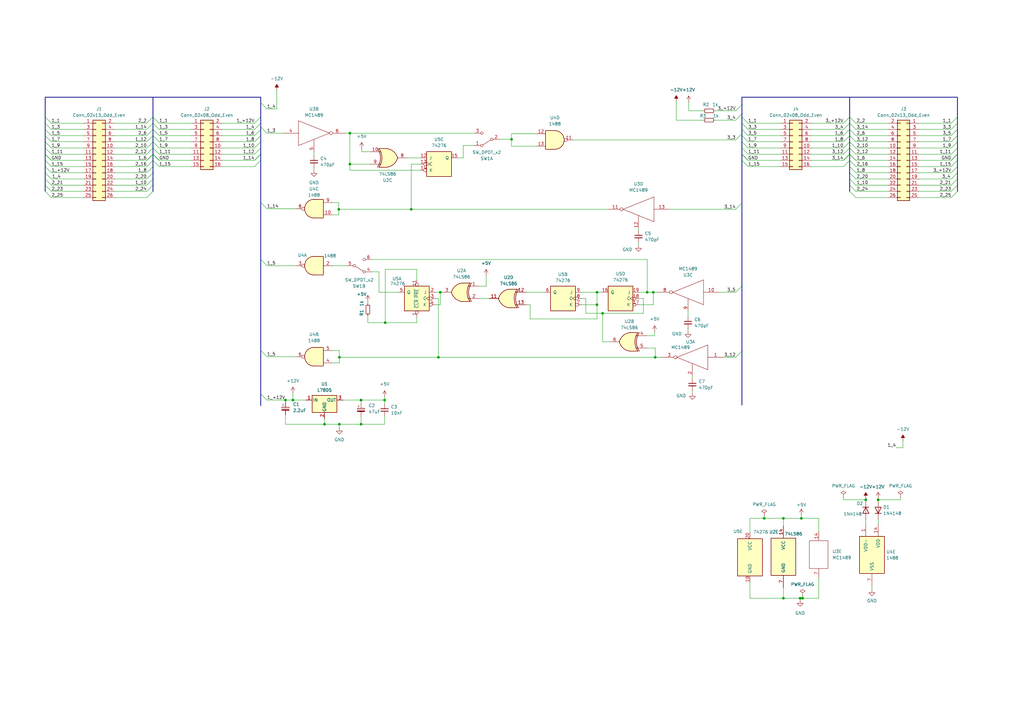
<source format=kicad_sch>
(kicad_sch (version 20230121) (generator eeschema)

  (uuid 38f9d4dd-a691-4a6d-ab32-d870678a13e7)

  (paper "A3")

  (title_block
    (title "DataBoard 5048")
    (date "2023-10-11")
    (rev "1.01")
    (company "SweProj")
  )

  

  (junction (at 179.832 146.558) (diameter 0) (color 0 0 0 0)
    (uuid 05d76111-33fa-4efa-9f5c-f0444141185c)
  )
  (junction (at 148.082 173.99) (diameter 0) (color 0 0 0 0)
    (uuid 23884530-4578-4129-97c2-ca27d3dc0ea8)
  )
  (junction (at 244.856 119.888) (diameter 0) (color 0 0 0 0)
    (uuid 2978997a-fff6-43fc-95cd-76faa2b71cc6)
  )
  (junction (at 143.51 67.31) (diameter 0) (color 0 0 0 0)
    (uuid 2d9249b0-a5b0-4c27-98da-1473272c40c5)
  )
  (junction (at 117.094 164.084) (diameter 0) (color 0 0 0 0)
    (uuid 324d26e1-b966-4e4b-8448-62f4d7905ee1)
  )
  (junction (at 139.192 173.99) (diameter 0) (color 0 0 0 0)
    (uuid 48dab5d8-1795-4f4f-bb2f-66b9f9366cea)
  )
  (junction (at 168.656 85.852) (diameter 0) (color 0 0 0 0)
    (uuid 4a938f0b-30c6-4bae-82de-daf75c42f9d5)
  )
  (junction (at 133.096 173.99) (diameter 0) (color 0 0 0 0)
    (uuid 55f8b612-5ab2-44fc-9a22-eb5ed05b32f8)
  )
  (junction (at 268.732 146.558) (diameter 0) (color 0 0 0 0)
    (uuid 57bbe5cd-e64c-499a-ba9d-a01509d08987)
  )
  (junction (at 328.676 212.598) (diameter 0) (color 0 0 0 0)
    (uuid 5b28bbf6-32a9-41cd-99fb-c4a31a8a68ed)
  )
  (junction (at 143.51 54.61) (diameter 0) (color 0 0 0 0)
    (uuid 5ca8a22b-6fd2-404e-bcab-ec5c06ed9c3b)
  )
  (junction (at 247.142 128.524) (diameter 0) (color 0 0 0 0)
    (uuid 6f3219fd-f649-42d0-97ab-74769c94cdc7)
  )
  (junction (at 265.43 119.888) (diameter 0) (color 0 0 0 0)
    (uuid 706704a4-19a1-4d17-9b54-685d08b264c4)
  )
  (junction (at 321.31 212.598) (diameter 0) (color 0 0 0 0)
    (uuid 70c793ac-0d79-49fa-ae32-e0fb6588d87d)
  )
  (junction (at 313.436 212.598) (diameter 0) (color 0 0 0 0)
    (uuid 7c693893-f686-4909-922c-d5f45997175b)
  )
  (junction (at 120.142 164.084) (diameter 0) (color 0 0 0 0)
    (uuid 8d2c2e37-94c7-430e-ba99-b462113e51df)
  )
  (junction (at 139.192 146.558) (diameter 0) (color 0 0 0 0)
    (uuid 8f4625c2-389c-4051-b9c1-32373dc30d62)
  )
  (junction (at 355.092 204.978) (diameter 0) (color 0 0 0 0)
    (uuid 97d04301-8694-471d-9e7c-3e3a18866bb8)
  )
  (junction (at 148.082 164.084) (diameter 0) (color 0 0 0 0)
    (uuid 99727968-14b0-4da1-82e2-ecffb5bce417)
  )
  (junction (at 321.31 245.364) (diameter 0) (color 0 0 0 0)
    (uuid 9ee7b708-2e41-4465-90fa-ccb4a40ddc76)
  )
  (junction (at 329.184 245.364) (diameter 0) (color 0 0 0 0)
    (uuid a2b3efb0-d6c8-4041-8208-98255e7c7742)
  )
  (junction (at 157.734 164.084) (diameter 0) (color 0 0 0 0)
    (uuid a2de0c69-9815-4ba0-b52c-c35f21f24380)
  )
  (junction (at 138.938 85.852) (diameter 0) (color 0 0 0 0)
    (uuid a3ab2c9f-b9a7-48ac-9370-bbbeead8db78)
  )
  (junction (at 244.856 124.968) (diameter 0) (color 0 0 0 0)
    (uuid a462b7df-2950-4e1b-9875-970e6bbffe80)
  )
  (junction (at 209.804 57.15) (diameter 0) (color 0 0 0 0)
    (uuid a768df95-e422-4b2f-8393-33968d43ddbf)
  )
  (junction (at 180.594 119.888) (diameter 0) (color 0 0 0 0)
    (uuid b13e2425-78b4-4961-8e03-29b6a368d768)
  )
  (junction (at 267.97 119.888) (diameter 0) (color 0 0 0 0)
    (uuid c0ed5088-f695-4ac8-9496-04d7880e04cf)
  )
  (junction (at 157.988 132.334) (diameter 0) (color 0 0 0 0)
    (uuid c48ce42d-46a2-4577-a00d-10817f6979af)
  )
  (junction (at 328.168 245.364) (diameter 0) (color 0 0 0 0)
    (uuid c86696ce-4b5e-4bc5-b790-785f24096fa2)
  )
  (junction (at 360.172 204.978) (diameter 0) (color 0 0 0 0)
    (uuid fe94871f-6779-44f7-bb67-4b2e18e8f096)
  )

  (bus_entry (at 348.488 68.326) (size 2.54 2.54)
    (stroke (width 0) (type default))
    (uuid 003d1fcb-faa5-4b91-ad75-a4287131da28)
  )
  (bus_entry (at 392.684 58.166) (size -2.54 2.54)
    (stroke (width 0) (type default))
    (uuid 068442e6-1599-4fe0-8aff-f8ad879b3f7d)
  )
  (bus_entry (at 106.934 63.246) (size -2.54 2.54)
    (stroke (width 0) (type default))
    (uuid 0697c22b-5e49-4640-896c-0b07e4e4a3d7)
  )
  (bus_entry (at 301.752 85.852) (size 2.54 -2.54)
    (stroke (width 0) (type default))
    (uuid 116d8d11-9685-4b6a-b090-45b40dbbbc26)
  )
  (bus_entry (at 348.488 48.006) (size -2.54 2.54)
    (stroke (width 0) (type default))
    (uuid 134874b9-01ab-4706-b3b6-0518c45121c6)
  )
  (bus_entry (at 106.934 106.426) (size 2.54 2.54)
    (stroke (width 0) (type default))
    (uuid 1546b91c-7999-4c41-91ee-d491ddd0d4bd)
  )
  (bus_entry (at 304.292 63.246) (size 2.54 2.54)
    (stroke (width 0) (type default))
    (uuid 1684f0dc-28a1-4b4e-9559-3e6b6e2e24be)
  )
  (bus_entry (at 62.738 63.246) (size -2.54 2.54)
    (stroke (width 0) (type default))
    (uuid 16b66556-c5b9-42c2-bd54-4d9cf0e86fd1)
  )
  (bus_entry (at 62.738 53.086) (size -2.54 2.54)
    (stroke (width 0) (type default))
    (uuid 1743a77c-a8df-4751-8496-498847022c3f)
  )
  (bus_entry (at 348.488 58.166) (size 2.54 2.54)
    (stroke (width 0) (type default))
    (uuid 189babf7-04c1-400c-8a39-b46a1c9992d0)
  )
  (bus_entry (at 106.934 53.086) (size -2.54 2.54)
    (stroke (width 0) (type default))
    (uuid 1936def7-5ee4-4485-b8f2-303b0062a271)
  )
  (bus_entry (at 301.752 45.466) (size 2.54 -2.54)
    (stroke (width 0) (type default))
    (uuid 1e28fd74-5f24-4ec4-a46e-210bca3300d6)
  )
  (bus_entry (at 62.738 48.006) (size -2.54 2.54)
    (stroke (width 0) (type default))
    (uuid 22ebca52-c1aa-4e08-8e6e-8ceea6456720)
  )
  (bus_entry (at 348.488 53.086) (size 2.54 2.54)
    (stroke (width 0) (type default))
    (uuid 2386b93f-25db-428c-8f79-7574ef5ffd4b)
  )
  (bus_entry (at 18.542 70.866) (size 2.54 2.54)
    (stroke (width 0) (type default))
    (uuid 2639e60e-3354-4976-aa03-239e09efb66a)
  )
  (bus_entry (at 106.934 83.058) (size 2.54 2.54)
    (stroke (width 0) (type default))
    (uuid 2e4f6768-4c3f-49da-ad4f-6b0239c3125e)
  )
  (bus_entry (at 18.542 48.006) (size 2.54 2.54)
    (stroke (width 0) (type default))
    (uuid 2ed92f30-84f0-4e07-b3f6-c53bb1a21926)
  )
  (bus_entry (at 62.738 58.166) (size 2.54 2.54)
    (stroke (width 0) (type default))
    (uuid 2f450d73-0495-4a00-8708-3938f380d7c7)
  )
  (bus_entry (at 62.738 55.626) (size 2.54 2.54)
    (stroke (width 0) (type default))
    (uuid 2fa29ada-9931-49a0-8940-e1b495004ec9)
  )
  (bus_entry (at 106.934 161.544) (size 2.54 2.54)
    (stroke (width 0) (type default))
    (uuid 340af061-eb65-4171-a941-a879a81bef8d)
  )
  (bus_entry (at 304.292 58.166) (size 2.54 2.54)
    (stroke (width 0) (type default))
    (uuid 36b66874-7f3c-47d1-b9c4-fcf3ebf99d52)
  )
  (bus_entry (at 348.488 78.486) (size 2.54 2.54)
    (stroke (width 0) (type default))
    (uuid 37fd7600-3913-47c6-b4d5-e6c426949cf9)
  )
  (bus_entry (at 392.684 70.866) (size -2.54 2.54)
    (stroke (width 0) (type default))
    (uuid 3b40cda5-3713-4c90-82cf-bf0e314716f4)
  )
  (bus_entry (at 106.934 143.764) (size 2.54 2.54)
    (stroke (width 0) (type default))
    (uuid 3da4357e-5bc7-4168-8eb4-f9f76e887917)
  )
  (bus_entry (at 348.488 63.246) (size 2.54 2.54)
    (stroke (width 0) (type default))
    (uuid 3f99e6b9-0c94-48c8-bf12-9aaf6b94db74)
  )
  (bus_entry (at 62.738 63.246) (size 2.54 2.54)
    (stroke (width 0) (type default))
    (uuid 46d1f425-d7a5-4818-8d8e-e7bcdb5dc899)
  )
  (bus_entry (at 106.934 65.786) (size -2.54 2.54)
    (stroke (width 0) (type default))
    (uuid 47eba0e9-b079-43f1-9cbe-7809ca63d490)
  )
  (bus_entry (at 348.488 73.406) (size 2.54 2.54)
    (stroke (width 0) (type default))
    (uuid 49bbea0d-f22d-46e1-b222-05a65ed8065d)
  )
  (bus_entry (at 304.292 60.706) (size 2.54 2.54)
    (stroke (width 0) (type default))
    (uuid 4f3094e8-57ee-4bc4-ae9e-f4e4a3b6e0b5)
  )
  (bus_entry (at 348.488 63.246) (size 2.54 2.54)
    (stroke (width 0) (type default))
    (uuid 502d33d5-6ac0-40f7-bf9f-3866650c5301)
  )
  (bus_entry (at 18.542 63.246) (size 2.54 2.54)
    (stroke (width 0) (type default))
    (uuid 50b3ad60-a93b-4d8e-a768-fae135b6a63f)
  )
  (bus_entry (at 106.934 60.706) (size -2.54 2.54)
    (stroke (width 0) (type default))
    (uuid 514798bd-d36d-48c5-8e89-2e3b5bfafbcf)
  )
  (bus_entry (at 62.738 70.866) (size -2.54 2.54)
    (stroke (width 0) (type default))
    (uuid 522977e6-d3d8-4cab-94c6-50adfc56f8eb)
  )
  (bus_entry (at 348.488 50.546) (size -2.54 2.54)
    (stroke (width 0) (type default))
    (uuid 556ef87a-0866-4ea1-98ad-4f991a4adcac)
  )
  (bus_entry (at 18.542 75.946) (size 2.54 2.54)
    (stroke (width 0) (type default))
    (uuid 56cb05f0-6e25-41ba-9045-45c58b9ba859)
  )
  (bus_entry (at 348.488 53.086) (size -2.54 2.54)
    (stroke (width 0) (type default))
    (uuid 5ecd772f-a8d8-45ef-82dd-5cde2a128c5e)
  )
  (bus_entry (at 392.684 53.086) (size -2.54 2.54)
    (stroke (width 0) (type default))
    (uuid 5f19d8a5-37cd-4f76-a8cc-3e602b4ae33a)
  )
  (bus_entry (at 62.738 68.326) (size -2.54 2.54)
    (stroke (width 0) (type default))
    (uuid 5fe95144-062d-4d27-8043-35ee7d9a36ed)
  )
  (bus_entry (at 392.684 63.246) (size -2.54 2.54)
    (stroke (width 0) (type default))
    (uuid 60d977a2-b56c-41b6-b3c2-36585c42b3c1)
  )
  (bus_entry (at 348.488 48.006) (size 2.54 2.54)
    (stroke (width 0) (type default))
    (uuid 64cc099c-e47b-439a-8e13-7b81a19cc0f4)
  )
  (bus_entry (at 348.488 75.946) (size 2.54 2.54)
    (stroke (width 0) (type default))
    (uuid 654f4ce1-79bd-433f-a30c-364edbb80f34)
  )
  (bus_entry (at 392.684 50.546) (size -2.54 2.54)
    (stroke (width 0) (type default))
    (uuid 6628b013-6e20-450c-a8da-b99f1e9fde8d)
  )
  (bus_entry (at 348.488 55.626) (size 2.54 2.54)
    (stroke (width 0) (type default))
    (uuid 66cf3148-e774-4c95-9e9e-38f961248217)
  )
  (bus_entry (at 348.488 63.246) (size -2.54 2.54)
    (stroke (width 0) (type default))
    (uuid 67c0f529-e58a-46d0-a97b-888e2e6b5350)
  )
  (bus_entry (at 392.684 78.486) (size -2.54 2.54)
    (stroke (width 0) (type default))
    (uuid 6acf1652-d7e8-4a19-9b3d-f59610a1a521)
  )
  (bus_entry (at 348.488 65.786) (size 2.54 2.54)
    (stroke (width 0) (type default))
    (uuid 6cd94c62-f24e-4667-b96e-78a5defd64a4)
  )
  (bus_entry (at 301.752 119.888) (size 2.54 -2.54)
    (stroke (width 0) (type default))
    (uuid 6f34ee05-1497-45ed-b87e-5c9391ed4ade)
  )
  (bus_entry (at 301.752 49.276) (size 2.54 -2.54)
    (stroke (width 0) (type default))
    (uuid 705086ce-28fb-4eec-923a-6329b62ce142)
  )
  (bus_entry (at 62.738 53.086) (size 2.54 2.54)
    (stroke (width 0) (type default))
    (uuid 73f60eae-7ce0-4fc6-b0a9-aa59af806ae9)
  )
  (bus_entry (at 301.752 57.404) (size 2.54 -2.54)
    (stroke (width 0) (type default))
    (uuid 752c659b-fd41-41a3-b784-be7340cdd76a)
  )
  (bus_entry (at 18.542 50.546) (size 2.54 2.54)
    (stroke (width 0) (type default))
    (uuid 7a796354-3f0c-4bef-8d91-1a1cb40d6c36)
  )
  (bus_entry (at 106.934 48.006) (size -2.54 2.54)
    (stroke (width 0) (type default))
    (uuid 7c049d96-131c-454e-bd8a-8f75dc47d788)
  )
  (bus_entry (at 348.488 55.626) (size -2.54 2.54)
    (stroke (width 0) (type default))
    (uuid 7fbc58b4-8511-40c2-9104-aba7748edbf9)
  )
  (bus_entry (at 301.752 146.558) (size 2.54 -2.54)
    (stroke (width 0) (type default))
    (uuid 81963e57-0aa1-45df-b4fc-012fb90bac4a)
  )
  (bus_entry (at 62.738 58.166) (size -2.54 2.54)
    (stroke (width 0) (type default))
    (uuid 84eda46a-3959-42df-acd2-a45745a02762)
  )
  (bus_entry (at 62.738 73.406) (size -2.54 2.54)
    (stroke (width 0) (type default))
    (uuid 855196f1-0dd3-4e1c-b126-50b86b9c259b)
  )
  (bus_entry (at 18.542 58.166) (size 2.54 2.54)
    (stroke (width 0) (type default))
    (uuid 8b7c5736-b30d-4d07-8927-2a323494413c)
  )
  (bus_entry (at 18.542 65.786) (size 2.54 2.54)
    (stroke (width 0) (type default))
    (uuid 8bdce988-32bc-4224-a7ca-32d2756af9d8)
  )
  (bus_entry (at 348.488 63.246) (size -2.54 2.54)
    (stroke (width 0) (type default))
    (uuid 8e72cd03-5f6b-4934-9e92-4dd3f9265aae)
  )
  (bus_entry (at 392.684 60.706) (size -2.54 2.54)
    (stroke (width 0) (type default))
    (uuid 8fc28670-cb2e-42e6-8950-530b1533c432)
  )
  (bus_entry (at 62.738 65.786) (size 2.54 2.54)
    (stroke (width 0) (type default))
    (uuid 94bf3dcb-8550-4c3d-9a0e-f3c42cf27c63)
  )
  (bus_entry (at 304.292 63.246) (size 2.54 2.54)
    (stroke (width 0) (type default))
    (uuid 953075b6-4fd1-4c15-9418-1b31e75dfcb3)
  )
  (bus_entry (at 62.738 60.706) (size 2.54 2.54)
    (stroke (width 0) (type default))
    (uuid 96d52189-b27a-442f-a4ef-b7bd5c084755)
  )
  (bus_entry (at 348.488 70.866) (size 2.54 2.54)
    (stroke (width 0) (type default))
    (uuid 9a5ce63c-1ae6-40ef-a678-0335a17df09c)
  )
  (bus_entry (at 348.488 60.706) (size 2.54 2.54)
    (stroke (width 0) (type default))
    (uuid 9b0269f0-40f9-43f7-a42b-781845a5eab3)
  )
  (bus_entry (at 304.292 65.786) (size 2.54 2.54)
    (stroke (width 0) (type default))
    (uuid 9b8c5116-aeb6-4c8f-983f-7a111ae723f3)
  )
  (bus_entry (at 348.488 60.706) (size -2.54 2.54)
    (stroke (width 0) (type default))
    (uuid 9ca456cf-6e0d-465a-ab64-8d4814978299)
  )
  (bus_entry (at 106.934 63.246) (size -2.54 2.54)
    (stroke (width 0) (type default))
    (uuid 9e2ab418-8243-4bc3-96f2-b871baff1e87)
  )
  (bus_entry (at 348.488 50.546) (size 2.54 2.54)
    (stroke (width 0) (type default))
    (uuid 9eaf3673-fc28-4bc9-bc0f-b9810a22b62c)
  )
  (bus_entry (at 18.542 53.086) (size 2.54 2.54)
    (stroke (width 0) (type default))
    (uuid a1be8e50-db43-4694-ba00-9a1de2c7c91d)
  )
  (bus_entry (at 18.542 68.326) (size 2.54 2.54)
    (stroke (width 0) (type default))
    (uuid a793ea26-05e6-4d63-8941-6840393b0e72)
  )
  (bus_entry (at 62.738 63.246) (size -2.54 2.54)
    (stroke (width 0) (type default))
    (uuid b26d2f72-9627-4327-8af9-796c68445d00)
  )
  (bus_entry (at 18.542 60.706) (size 2.54 2.54)
    (stroke (width 0) (type default))
    (uuid b38dd378-a6a6-4011-b3e0-e4a72da16579)
  )
  (bus_entry (at 62.738 65.786) (size -2.54 2.54)
    (stroke (width 0) (type default))
    (uuid bc6d5f38-4e30-4bbc-b80f-04060875cd1d)
  )
  (bus_entry (at 106.934 55.626) (size -2.54 2.54)
    (stroke (width 0) (type default))
    (uuid bce0c2d8-6e43-435e-bb61-0cc3749da8b8)
  )
  (bus_entry (at 62.738 75.946) (size -2.54 2.54)
    (stroke (width 0) (type default))
    (uuid bd3884ae-47cd-4003-bd3b-243e33fbbe5e)
  )
  (bus_entry (at 62.738 60.706) (size -2.54 2.54)
    (stroke (width 0) (type default))
    (uuid be82a768-71ec-4b09-b39b-e29509bf0a30)
  )
  (bus_entry (at 18.542 63.246) (size 2.54 2.54)
    (stroke (width 0) (type default))
    (uuid beb2ce28-a494-4ab6-8d92-9f5569360b3b)
  )
  (bus_entry (at 348.488 65.786) (size -2.54 2.54)
    (stroke (width 0) (type default))
    (uuid c29922fc-c72d-4acb-917d-35b78b79d3da)
  )
  (bus_entry (at 106.934 52.07) (size 2.54 2.54)
    (stroke (width 0) (type default))
    (uuid c2c6d1b7-9a09-4798-9329-6fd9e0eb9f9b)
  )
  (bus_entry (at 18.542 55.626) (size 2.54 2.54)
    (stroke (width 0) (type default))
    (uuid c50e9406-8338-4c38-a5a7-909a95fe4f68)
  )
  (bus_entry (at 18.542 73.406) (size 2.54 2.54)
    (stroke (width 0) (type default))
    (uuid c72578e8-8313-462c-a847-0b9c0eb553b4)
  )
  (bus_entry (at 304.292 50.546) (size 2.54 2.54)
    (stroke (width 0) (type default))
    (uuid ca95c90e-08fb-4680-a074-7c8e7a997f1d)
  )
  (bus_entry (at 392.684 48.006) (size -2.54 2.54)
    (stroke (width 0) (type default))
    (uuid cb029519-4a00-4030-b088-1e021e6eddbc)
  )
  (bus_entry (at 18.542 78.486) (size 2.54 2.54)
    (stroke (width 0) (type default))
    (uuid ce09847d-8b20-4805-a45e-9b7ef8a44a40)
  )
  (bus_entry (at 62.738 55.626) (size -2.54 2.54)
    (stroke (width 0) (type default))
    (uuid d0dd4985-9159-4c8f-bd5d-4f81896b1585)
  )
  (bus_entry (at 62.738 50.546) (size 2.54 2.54)
    (stroke (width 0) (type default))
    (uuid d3281a8d-80a7-4a3a-8e06-922ad4300cf4)
  )
  (bus_entry (at 392.684 55.626) (size -2.54 2.54)
    (stroke (width 0) (type default))
    (uuid d61f1355-0196-4400-af1d-deda07476059)
  )
  (bus_entry (at 392.684 73.406) (size -2.54 2.54)
    (stroke (width 0) (type default))
    (uuid d807b986-56a9-49ac-9f42-833b4904ec1c)
  )
  (bus_entry (at 106.934 58.166) (size -2.54 2.54)
    (stroke (width 0) (type default))
    (uuid d9259b32-4c4d-430b-916a-80125e6f1046)
  )
  (bus_entry (at 62.738 78.486) (size -2.54 2.54)
    (stroke (width 0) (type default))
    (uuid d9a4bf46-aeeb-4320-82a2-730c3030a128)
  )
  (bus_entry (at 62.738 50.546) (size -2.54 2.54)
    (stroke (width 0) (type default))
    (uuid e3a83871-1e3b-4bcb-90a3-aab13e3d626a)
  )
  (bus_entry (at 106.934 50.546) (size -2.54 2.54)
    (stroke (width 0) (type default))
    (uuid eaecfb63-b383-46a9-8c29-971cf5741b06)
  )
  (bus_entry (at 62.738 48.006) (size 2.54 2.54)
    (stroke (width 0) (type default))
    (uuid eb3be473-2ed0-4e07-8937-98c8ac7ba835)
  )
  (bus_entry (at 304.292 55.626) (size 2.54 2.54)
    (stroke (width 0) (type default))
    (uuid ec12118a-11fb-4a03-8278-8af128108827)
  )
  (bus_entry (at 392.684 65.786) (size -2.54 2.54)
    (stroke (width 0) (type default))
    (uuid ed96362e-2f54-4487-83cb-bf5cecc9abba)
  )
  (bus_entry (at 106.934 42.164) (size 2.54 2.54)
    (stroke (width 0) (type default))
    (uuid f0ee5270-cb0b-4f9f-8b5d-930b1e290dec)
  )
  (bus_entry (at 348.488 58.166) (size -2.54 2.54)
    (stroke (width 0) (type default))
    (uuid f2761677-6aaa-403f-b3e8-b752d8c6024c)
  )
  (bus_entry (at 392.684 75.946) (size -2.54 2.54)
    (stroke (width 0) (type default))
    (uuid f53a9aff-6bbc-4b91-b648-4d449bf15f05)
  )
  (bus_entry (at 392.684 63.246) (size -2.54 2.54)
    (stroke (width 0) (type default))
    (uuid f636d4c7-749d-4d78-8d30-8065e86022c0)
  )
  (bus_entry (at 392.684 68.326) (size -2.54 2.54)
    (stroke (width 0) (type default))
    (uuid f7104bcb-1d7a-47a6-88f7-933ea6734410)
  )
  (bus_entry (at 304.292 48.006) (size 2.54 2.54)
    (stroke (width 0) (type default))
    (uuid f9f0bf41-f772-4241-b665-f980f26602e4)
  )
  (bus_entry (at 62.738 63.246) (size 2.54 2.54)
    (stroke (width 0) (type default))
    (uuid ff1e4d14-94fd-4d4b-8ff3-ee6da419f0b4)
  )
  (bus_entry (at 304.292 53.086) (size 2.54 2.54)
    (stroke (width 0) (type default))
    (uuid ff9c8699-99e4-4cb4-a07b-6f42c26add78)
  )

  (bus (pts (xy 62.738 63.246) (xy 62.738 65.786))
    (stroke (width 0) (type default))
    (uuid 003ae37c-30c0-4a24-a678-eec8e15ce7cf)
  )
  (bus (pts (xy 304.292 48.006) (xy 304.292 50.546))
    (stroke (width 0) (type default))
    (uuid 006e6794-d3bf-41e0-b09c-601c0b79608f)
  )

  (wire (pts (xy 390.144 81.026) (xy 376.936 81.026))
    (stroke (width 0) (type default))
    (uuid 0094147e-bb37-4eb4-a069-ca2f4286c235)
  )
  (bus (pts (xy 18.542 63.246) (xy 18.542 65.786))
    (stroke (width 0) (type default))
    (uuid 02aea13e-8402-435a-838b-9456121a1756)
  )

  (wire (pts (xy 357.632 240.284) (xy 357.632 241.808))
    (stroke (width 0) (type default))
    (uuid 02f1b093-2352-4105-844e-51e92514a363)
  )
  (wire (pts (xy 328.168 245.364) (xy 328.168 246.126))
    (stroke (width 0) (type default))
    (uuid 054f3916-05bb-4419-932b-c1904995598b)
  )
  (wire (pts (xy 104.394 63.246) (xy 91.186 63.246))
    (stroke (width 0) (type default))
    (uuid 0599c147-e709-4ddf-9de3-486493d02981)
  )
  (bus (pts (xy 348.488 60.706) (xy 348.488 63.246))
    (stroke (width 0) (type default))
    (uuid 05d5fdba-ec88-461f-a210-420a9efdeabe)
  )

  (wire (pts (xy 60.198 63.246) (xy 46.99 63.246))
    (stroke (width 0) (type default))
    (uuid 05f8bd54-eca1-4796-9f49-cdda3957c078)
  )
  (bus (pts (xy 304.292 65.786) (xy 304.292 83.312))
    (stroke (width 0) (type default))
    (uuid 07671cbb-7426-4b24-b542-78cf880dc483)
  )
  (bus (pts (xy 18.542 39.878) (xy 106.934 39.878))
    (stroke (width 0) (type default))
    (uuid 07769b16-9ebc-4f23-817e-cc55a6979c4b)
  )
  (bus (pts (xy 304.292 42.926) (xy 304.292 46.736))
    (stroke (width 0) (type default))
    (uuid 088bc09c-da9e-44e9-8ab2-248293cc0961)
  )
  (bus (pts (xy 304.292 39.878) (xy 304.292 42.926))
    (stroke (width 0) (type default))
    (uuid 0996b998-138e-455d-baed-ead1a2eb595c)
  )
  (bus (pts (xy 348.488 40.132) (xy 348.488 48.006))
    (stroke (width 0) (type default))
    (uuid 0c59225d-d303-4ba1-a9f7-667f19686aff)
  )

  (wire (pts (xy 60.198 58.166) (xy 46.99 58.166))
    (stroke (width 0) (type default))
    (uuid 0c7a1fbb-e4cb-46d2-bc7b-263444b34af5)
  )
  (wire (pts (xy 265.43 106.426) (xy 265.43 119.888))
    (stroke (width 0) (type default))
    (uuid 0caa4758-8585-436d-b020-07e2712211f6)
  )
  (wire (pts (xy 109.474 108.966) (xy 121.158 108.966))
    (stroke (width 0) (type default))
    (uuid 0cebc53c-2c49-47a4-8cf2-113eda821c3a)
  )
  (wire (pts (xy 268.478 137.668) (xy 268.478 136.144))
    (stroke (width 0) (type default))
    (uuid 0d7e5e5c-1770-4a2a-93dd-f1c29dd7c727)
  )
  (wire (pts (xy 60.198 65.786) (xy 46.99 65.786))
    (stroke (width 0) (type default))
    (uuid 0dfec423-813a-4a74-9ce3-b9e49ac93401)
  )
  (wire (pts (xy 321.31 212.598) (xy 328.676 212.598))
    (stroke (width 0) (type default))
    (uuid 0f671966-d8a2-495b-b49e-9293cf972de5)
  )
  (wire (pts (xy 332.74 60.706) (xy 345.948 60.706))
    (stroke (width 0) (type default))
    (uuid 0f76de8e-9585-4a22-9b80-58f31afddb1a)
  )
  (wire (pts (xy 204.724 57.15) (xy 209.804 57.15))
    (stroke (width 0) (type default))
    (uuid 10806bb6-5111-495a-877a-12bfb146fe40)
  )
  (bus (pts (xy 392.684 68.326) (xy 392.684 70.866))
    (stroke (width 0) (type default))
    (uuid 10d53708-0d23-47eb-8975-727819421b01)
  )

  (wire (pts (xy 267.97 119.888) (xy 267.97 124.968))
    (stroke (width 0) (type default))
    (uuid 13c59b4f-959a-4c74-9c06-81e6bfedca08)
  )
  (wire (pts (xy 136.398 108.966) (xy 142.24 108.966))
    (stroke (width 0) (type default))
    (uuid 16ce0d2b-b102-416d-8d31-d4336ca12124)
  )
  (wire (pts (xy 209.804 59.944) (xy 209.804 57.15))
    (stroke (width 0) (type default))
    (uuid 17ed5276-28d7-4e90-bd73-f2743b6b9080)
  )
  (wire (pts (xy 143.51 69.85) (xy 172.466 69.85))
    (stroke (width 0) (type default))
    (uuid 1802fe0f-71d3-46c7-8e66-a6bef202d69c)
  )
  (wire (pts (xy 139.192 173.99) (xy 139.192 175.514))
    (stroke (width 0) (type default))
    (uuid 18dd07c8-2381-4492-81e0-3ebbdd8da00a)
  )
  (wire (pts (xy 390.144 78.486) (xy 376.936 78.486))
    (stroke (width 0) (type default))
    (uuid 18f3c889-0a3a-4419-bde2-42ad926c3a2d)
  )
  (bus (pts (xy 62.738 65.786) (xy 62.738 68.326))
    (stroke (width 0) (type default))
    (uuid 19029d48-a73a-4107-b763-787b65b90097)
  )

  (wire (pts (xy 21.082 81.026) (xy 34.29 81.026))
    (stroke (width 0) (type default))
    (uuid 190939c9-8882-4d7c-a728-d626585574f5)
  )
  (bus (pts (xy 392.684 39.878) (xy 304.292 39.878))
    (stroke (width 0) (type default))
    (uuid 198f9360-5fac-4c0d-a94a-753e404704a2)
  )

  (wire (pts (xy 307.594 218.44) (xy 307.594 212.598))
    (stroke (width 0) (type default))
    (uuid 1a56f948-cc64-4dff-996e-5befdc229099)
  )
  (bus (pts (xy 62.738 58.166) (xy 62.738 60.706))
    (stroke (width 0) (type default))
    (uuid 1bab8331-d1f9-45e5-9431-3c5b3c52690f)
  )
  (bus (pts (xy 62.738 50.546) (xy 62.738 53.086))
    (stroke (width 0) (type default))
    (uuid 1c01437b-3f78-4b44-8ae4-91e732a9ceff)
  )

  (wire (pts (xy 351.028 50.546) (xy 364.236 50.546))
    (stroke (width 0) (type default))
    (uuid 1c281edc-b495-4440-8cfc-b59e64e1046f)
  )
  (bus (pts (xy 106.934 58.166) (xy 106.934 60.706))
    (stroke (width 0) (type default))
    (uuid 1c3339b3-c155-449f-be1f-cbbf9f833da1)
  )

  (wire (pts (xy 240.284 122.428) (xy 240.284 128.524))
    (stroke (width 0) (type default))
    (uuid 1e54d020-695c-4d38-873f-9f0fa4dc6747)
  )
  (bus (pts (xy 348.488 75.946) (xy 348.488 78.486))
    (stroke (width 0) (type default))
    (uuid 1ee932aa-d79f-4e69-b7a4-85252343788a)
  )
  (bus (pts (xy 18.542 68.326) (xy 18.542 70.866))
    (stroke (width 0) (type default))
    (uuid 1f15b237-4255-4881-a29a-d846d1f5338d)
  )
  (bus (pts (xy 304.292 144.018) (xy 304.292 166.116))
    (stroke (width 0) (type default))
    (uuid 1fe466dc-196a-45f7-9689-4fba8a8faa8b)
  )

  (wire (pts (xy 306.832 58.166) (xy 320.04 58.166))
    (stroke (width 0) (type default))
    (uuid 2002bd7f-f59a-43db-9c82-fffb36ee25d5)
  )
  (bus (pts (xy 62.738 40.132) (xy 62.738 48.006))
    (stroke (width 0) (type default))
    (uuid 210cefc0-eb4a-4771-a8b7-2afb8e37b675)
  )

  (wire (pts (xy 351.028 73.406) (xy 364.236 73.406))
    (stroke (width 0) (type default))
    (uuid 212dae24-70bb-43c0-953d-8909868e9dfe)
  )
  (wire (pts (xy 390.144 53.086) (xy 376.936 53.086))
    (stroke (width 0) (type default))
    (uuid 21b315ed-d309-4258-8f5d-deaeb437b4d3)
  )
  (wire (pts (xy 351.028 75.946) (xy 364.236 75.946))
    (stroke (width 0) (type default))
    (uuid 21f79664-c86c-4157-9843-ccb9d0d6716c)
  )
  (wire (pts (xy 152.4 111.506) (xy 155.448 111.506))
    (stroke (width 0) (type default))
    (uuid 234cef1a-1376-4a18-9264-6f76f021dabb)
  )
  (bus (pts (xy 304.292 60.706) (xy 304.292 63.246))
    (stroke (width 0) (type default))
    (uuid 23dbe5db-0b22-452e-9afb-288dbf3688f5)
  )
  (bus (pts (xy 392.684 73.406) (xy 392.684 75.946))
    (stroke (width 0) (type default))
    (uuid 259ff3e3-c6f6-4cf0-99c7-d24945d24e19)
  )

  (wire (pts (xy 21.082 73.406) (xy 34.29 73.406))
    (stroke (width 0) (type default))
    (uuid 28b391c0-66ec-4ad3-8b2b-8a2eec7f763e)
  )
  (wire (pts (xy 351.028 63.246) (xy 364.236 63.246))
    (stroke (width 0) (type default))
    (uuid 29140952-af0d-4a3a-8012-38c0971b98ef)
  )
  (bus (pts (xy 348.488 58.166) (xy 348.488 60.706))
    (stroke (width 0) (type default))
    (uuid 29556a4c-7cfb-40a4-a227-3b3bd0c989d6)
  )

  (wire (pts (xy 120.142 164.084) (xy 125.476 164.084))
    (stroke (width 0) (type default))
    (uuid 29c3d4b3-12e0-4f05-a95f-f532e8bbe97d)
  )
  (wire (pts (xy 217.424 124.968) (xy 217.424 130.81))
    (stroke (width 0) (type default))
    (uuid 2a8f1361-0b95-4bce-ab6a-6324cdf8f519)
  )
  (wire (pts (xy 141.478 54.61) (xy 143.51 54.61))
    (stroke (width 0) (type default))
    (uuid 2aa03329-8da4-477c-872f-ee2ba20c63ca)
  )
  (wire (pts (xy 351.028 60.706) (xy 364.236 60.706))
    (stroke (width 0) (type default))
    (uuid 2ac13c58-405f-4f74-910e-07f3113be575)
  )
  (wire (pts (xy 180.594 119.888) (xy 181.356 119.888))
    (stroke (width 0) (type default))
    (uuid 2ae7d040-1965-4cb0-96b6-2498673a5307)
  )
  (wire (pts (xy 360.172 204.978) (xy 360.172 205.486))
    (stroke (width 0) (type default))
    (uuid 2bba4151-2829-466c-9bb6-4a04ae6748d3)
  )
  (wire (pts (xy 21.082 58.166) (xy 34.29 58.166))
    (stroke (width 0) (type default))
    (uuid 2c4399f8-ddc3-4082-a44c-1179a12378d4)
  )
  (wire (pts (xy 104.394 58.166) (xy 91.186 58.166))
    (stroke (width 0) (type default))
    (uuid 2c8fa3a3-62c6-42e6-9ee3-82a8e796eca3)
  )
  (wire (pts (xy 157.734 162.814) (xy 157.734 164.084))
    (stroke (width 0) (type default))
    (uuid 2d15e76c-208a-4669-9c16-9746f4a5d7f9)
  )
  (wire (pts (xy 355.092 204.978) (xy 345.948 204.978))
    (stroke (width 0) (type default))
    (uuid 2d8529cf-e511-4cfc-865b-8b0ab4ead997)
  )
  (wire (pts (xy 240.284 128.524) (xy 247.142 128.524))
    (stroke (width 0) (type default))
    (uuid 2da22692-766d-4b95-8648-a10ddb9d822d)
  )
  (bus (pts (xy 304.292 50.546) (xy 304.292 53.086))
    (stroke (width 0) (type default))
    (uuid 2e2c6005-f70e-408a-a5b1-781b9f13ff6a)
  )

  (wire (pts (xy 345.948 203.962) (xy 345.948 204.978))
    (stroke (width 0) (type default))
    (uuid 2f0e508a-1d4d-4e0a-816b-c98dec84df86)
  )
  (bus (pts (xy 62.738 73.406) (xy 62.738 75.946))
    (stroke (width 0) (type default))
    (uuid 30165f97-cb95-47f7-9e07-422eee951153)
  )

  (wire (pts (xy 247.142 140.208) (xy 250.19 140.208))
    (stroke (width 0) (type default))
    (uuid 304a4ae7-bd4b-49e5-be41-338427574225)
  )
  (wire (pts (xy 370.332 183.642) (xy 370.332 180.848))
    (stroke (width 0) (type default))
    (uuid 305d26a7-e2bd-4d3e-a87a-0e30d71b2e06)
  )
  (wire (pts (xy 117.094 164.084) (xy 120.142 164.084))
    (stroke (width 0) (type default))
    (uuid 36bab4a0-fd2f-4080-8d77-4354dc4c52ac)
  )
  (wire (pts (xy 282.448 41.91) (xy 282.448 45.466))
    (stroke (width 0) (type default))
    (uuid 36c22f7b-780d-44e9-96f7-639bee48495d)
  )
  (bus (pts (xy 106.934 63.246) (xy 106.934 65.786))
    (stroke (width 0) (type default))
    (uuid 36c59715-a8bd-4e90-9f32-2ee4543f4de6)
  )

  (wire (pts (xy 360.172 204.978) (xy 369.316 204.978))
    (stroke (width 0) (type default))
    (uuid 37128c37-2c29-438b-9e54-76e282a3992a)
  )
  (wire (pts (xy 283.972 160.274) (xy 283.972 161.29))
    (stroke (width 0) (type default))
    (uuid 38e9b658-5144-4b57-b646-a13838eb7191)
  )
  (bus (pts (xy 62.738 60.706) (xy 62.738 63.246))
    (stroke (width 0) (type default))
    (uuid 3963737e-ca81-4dd9-b74b-9d75974d74bb)
  )
  (bus (pts (xy 348.488 65.786) (xy 348.488 68.326))
    (stroke (width 0) (type default))
    (uuid 3d28213d-2f72-438d-aadf-eea4c1f27554)
  )
  (bus (pts (xy 18.542 50.546) (xy 18.542 53.086))
    (stroke (width 0) (type default))
    (uuid 3d850e4e-2898-41bd-9936-fd0940d5ee71)
  )
  (bus (pts (xy 62.738 75.946) (xy 62.738 78.486))
    (stroke (width 0) (type default))
    (uuid 3da00d32-98ca-47b9-b6bc-a7f6c9bd28e5)
  )

  (wire (pts (xy 21.082 68.326) (xy 34.29 68.326))
    (stroke (width 0) (type default))
    (uuid 3e485b4a-e371-4471-88f3-e0f6f5bacfa7)
  )
  (wire (pts (xy 355.092 213.106) (xy 355.092 214.884))
    (stroke (width 0) (type default))
    (uuid 3ec3a76c-66e7-42f6-8966-4c0bb9cc54aa)
  )
  (wire (pts (xy 282.194 127.508) (xy 282.194 129.794))
    (stroke (width 0) (type default))
    (uuid 3fdd6398-22c8-4ad6-881c-39c00f02435b)
  )
  (wire (pts (xy 367.538 183.642) (xy 370.332 183.642))
    (stroke (width 0) (type default))
    (uuid 41409f69-ff36-4aa8-8503-6cae5432cb99)
  )
  (wire (pts (xy 133.096 173.99) (xy 133.096 171.704))
    (stroke (width 0) (type default))
    (uuid 429865d3-9a80-422c-932a-ce1b05befcdd)
  )
  (wire (pts (xy 155.448 111.506) (xy 155.448 119.888))
    (stroke (width 0) (type default))
    (uuid 43e6bfec-93e0-4663-8549-1bd77198e5e4)
  )
  (wire (pts (xy 369.316 203.962) (xy 369.316 204.978))
    (stroke (width 0) (type default))
    (uuid 44ff7464-8621-4ab2-81a8-8eb16b496960)
  )
  (wire (pts (xy 148.082 164.084) (xy 157.734 164.084))
    (stroke (width 0) (type default))
    (uuid 46c55126-faa1-46fa-85ca-8080aee54dcd)
  )
  (wire (pts (xy 136.398 143.764) (xy 139.192 143.764))
    (stroke (width 0) (type default))
    (uuid 46f78d79-c47f-4f54-9819-355f365c019f)
  )
  (wire (pts (xy 321.31 245.364) (xy 328.168 245.364))
    (stroke (width 0) (type default))
    (uuid 47945a4d-5951-490b-a98c-7dc04914251f)
  )
  (wire (pts (xy 265.43 119.888) (xy 267.97 119.888))
    (stroke (width 0) (type default))
    (uuid 47a37ae5-654b-49ca-9328-656ade9bf756)
  )
  (wire (pts (xy 209.804 57.15) (xy 209.804 54.864))
    (stroke (width 0) (type default))
    (uuid 4991dd2e-b4f0-4914-90ee-ae8605b54efe)
  )
  (bus (pts (xy 62.738 70.866) (xy 62.738 73.406))
    (stroke (width 0) (type default))
    (uuid 49e9d04f-a667-4589-ab91-b98e0a9b61fb)
  )

  (wire (pts (xy 170.942 114.808) (xy 170.942 110.49))
    (stroke (width 0) (type default))
    (uuid 4a01c277-65a4-4ccd-a6fb-5f574c8b53a1)
  )
  (bus (pts (xy 392.684 53.086) (xy 392.684 55.626))
    (stroke (width 0) (type default))
    (uuid 4a89d88a-4080-4c29-b835-7c52d0de7cd1)
  )

  (wire (pts (xy 143.51 67.31) (xy 143.51 54.61))
    (stroke (width 0) (type default))
    (uuid 4af1d1e5-a777-4d18-bb10-1b8dc985f6a5)
  )
  (bus (pts (xy 18.542 70.866) (xy 18.542 73.406))
    (stroke (width 0) (type default))
    (uuid 4b783013-7d4d-40b6-9c6d-03731b96b5da)
  )

  (wire (pts (xy 219.964 59.944) (xy 209.804 59.944))
    (stroke (width 0) (type default))
    (uuid 4c586ab4-9829-4139-8ddd-a2073e9b26ea)
  )
  (wire (pts (xy 166.878 64.77) (xy 172.466 64.77))
    (stroke (width 0) (type default))
    (uuid 4f22376f-c260-4d0f-af46-43f3965bc385)
  )
  (wire (pts (xy 306.832 50.546) (xy 320.04 50.546))
    (stroke (width 0) (type default))
    (uuid 4f60eed3-bb58-47af-9f48-db9e74640a30)
  )
  (bus (pts (xy 348.488 68.326) (xy 348.488 70.866))
    (stroke (width 0) (type default))
    (uuid 4f8c567f-f921-42c6-b964-05b75c0e8651)
  )

  (wire (pts (xy 217.424 130.81) (xy 244.856 130.81))
    (stroke (width 0) (type default))
    (uuid 4f960609-a533-41ea-b534-e7bf33d2d01f)
  )
  (wire (pts (xy 104.394 68.326) (xy 91.186 68.326))
    (stroke (width 0) (type default))
    (uuid 4fcf3699-a1c3-4c0b-b453-98b803d3f1d3)
  )
  (wire (pts (xy 65.278 63.246) (xy 78.486 63.246))
    (stroke (width 0) (type default))
    (uuid 4fd9c798-7472-411d-9a11-51caafb57b15)
  )
  (wire (pts (xy 329.184 245.364) (xy 335.788 245.364))
    (stroke (width 0) (type default))
    (uuid 50ac7875-cdd8-40d9-873e-57e466534733)
  )
  (wire (pts (xy 139.192 146.558) (xy 179.832 146.558))
    (stroke (width 0) (type default))
    (uuid 51048d99-cfff-4e36-89ff-d54db136d9c6)
  )
  (wire (pts (xy 306.832 60.706) (xy 320.04 60.706))
    (stroke (width 0) (type default))
    (uuid 51409ef8-15e5-4532-b299-7977b114680c)
  )
  (wire (pts (xy 151.638 67.31) (xy 143.51 67.31))
    (stroke (width 0) (type default))
    (uuid 51ff7545-dc06-4a3a-89c8-ceb2e808bde0)
  )
  (wire (pts (xy 60.198 55.626) (xy 46.99 55.626))
    (stroke (width 0) (type default))
    (uuid 5398d253-30f4-4dae-baeb-049a06b92e67)
  )
  (wire (pts (xy 390.144 73.406) (xy 376.936 73.406))
    (stroke (width 0) (type default))
    (uuid 5516f1b5-d356-419f-8048-f1a85b129aef)
  )
  (bus (pts (xy 304.292 63.246) (xy 304.292 65.786))
    (stroke (width 0) (type default))
    (uuid 551b2c6d-5f0a-41b0-a9ce-13332d31db29)
  )

  (wire (pts (xy 332.74 68.326) (xy 345.948 68.326))
    (stroke (width 0) (type default))
    (uuid 556ffb63-522b-4184-8613-881c4b3e4aae)
  )
  (wire (pts (xy 178.562 124.968) (xy 180.594 124.968))
    (stroke (width 0) (type default))
    (uuid 5610d8fb-8ff6-421b-b799-89e9dabdcdbb)
  )
  (wire (pts (xy 104.394 60.706) (xy 91.186 60.706))
    (stroke (width 0) (type default))
    (uuid 59febcf7-2684-436e-b686-1ff60ebc3937)
  )
  (bus (pts (xy 348.488 48.006) (xy 348.488 50.546))
    (stroke (width 0) (type default))
    (uuid 5a0aebc8-fd67-4487-91b2-c3e0f4594e22)
  )

  (wire (pts (xy 21.082 63.246) (xy 34.29 63.246))
    (stroke (width 0) (type default))
    (uuid 5b868a2f-2ef8-4764-892a-c430928bc910)
  )
  (bus (pts (xy 106.934 65.786) (xy 106.934 83.058))
    (stroke (width 0) (type default))
    (uuid 5bcfbfbb-ccd3-4f29-b98b-5cb9dd73a986)
  )

  (wire (pts (xy 306.832 65.786) (xy 320.04 65.786))
    (stroke (width 0) (type default))
    (uuid 5ca0fee1-899a-4318-9cdf-d1548881ab82)
  )
  (wire (pts (xy 60.198 53.086) (xy 46.99 53.086))
    (stroke (width 0) (type default))
    (uuid 606fb61d-6eeb-43f9-a187-a260631c71ca)
  )
  (bus (pts (xy 106.934 39.878) (xy 106.934 42.164))
    (stroke (width 0) (type default))
    (uuid 62138d2b-f0cd-42e5-a6e9-4c526bc7e0c1)
  )

  (wire (pts (xy 21.082 75.946) (xy 34.29 75.946))
    (stroke (width 0) (type default))
    (uuid 628d6211-099c-419f-992e-7468c3f29ad3)
  )
  (wire (pts (xy 157.734 164.084) (xy 157.734 165.608))
    (stroke (width 0) (type default))
    (uuid 633c9142-4169-491b-a301-a0afeca79ed6)
  )
  (bus (pts (xy 348.488 53.086) (xy 348.488 55.626))
    (stroke (width 0) (type default))
    (uuid 633e3dde-a3b0-466f-8e59-82b2415d2c35)
  )

  (wire (pts (xy 65.278 68.326) (xy 78.486 68.326))
    (stroke (width 0) (type default))
    (uuid 637fabbe-cac9-4fae-a410-9c6c7a6b43e5)
  )
  (wire (pts (xy 179.832 122.428) (xy 179.832 146.558))
    (stroke (width 0) (type default))
    (uuid 65cd734a-1c9c-43a9-8abd-57768327bdff)
  )
  (wire (pts (xy 138.938 88.138) (xy 136.398 88.138))
    (stroke (width 0) (type default))
    (uuid 65d0fab6-0ce2-441d-b3ea-cd7543c89445)
  )
  (wire (pts (xy 328.676 212.598) (xy 335.788 212.598))
    (stroke (width 0) (type default))
    (uuid 67f080c8-1554-4a4f-b7fd-8e98017deafb)
  )
  (wire (pts (xy 262.128 122.428) (xy 263.906 122.428))
    (stroke (width 0) (type default))
    (uuid 696ed921-aef1-4281-83ff-15fdb15c6d6d)
  )
  (wire (pts (xy 148.336 62.23) (xy 151.638 62.23))
    (stroke (width 0) (type default))
    (uuid 6a3c354c-a4d6-44cc-ae2d-6fdea2553d08)
  )
  (wire (pts (xy 128.778 62.23) (xy 128.778 63.754))
    (stroke (width 0) (type default))
    (uuid 6baf1201-ac5a-4266-b600-9b2eb537d9f2)
  )
  (wire (pts (xy 65.278 60.706) (xy 78.486 60.706))
    (stroke (width 0) (type default))
    (uuid 6bf4e397-9dc1-4bad-9f43-42c1eb661a37)
  )
  (wire (pts (xy 187.706 64.77) (xy 189.992 64.77))
    (stroke (width 0) (type default))
    (uuid 6c0ef1ec-e3e8-4af5-bc6c-eae87a735f45)
  )
  (bus (pts (xy 18.542 60.706) (xy 18.542 63.246))
    (stroke (width 0) (type default))
    (uuid 6cc4c1cf-9e21-48e6-88dd-5ead38775fb6)
  )

  (wire (pts (xy 21.082 53.086) (xy 34.29 53.086))
    (stroke (width 0) (type default))
    (uuid 6dc5ffa2-5ab6-47bd-8657-da57ac166f8d)
  )
  (wire (pts (xy 21.082 65.786) (xy 34.29 65.786))
    (stroke (width 0) (type default))
    (uuid 6e9db21c-08ab-44a6-9c24-7cbf53bfffa5)
  )
  (wire (pts (xy 335.788 212.598) (xy 335.788 217.932))
    (stroke (width 0) (type default))
    (uuid 6f23334a-f291-4a8f-a7e1-f536d54a311e)
  )
  (wire (pts (xy 117.094 165.1) (xy 117.094 164.084))
    (stroke (width 0) (type default))
    (uuid 6f537980-79a7-4219-b535-e9c682723201)
  )
  (bus (pts (xy 304.292 54.864) (xy 304.292 55.626))
    (stroke (width 0) (type default))
    (uuid 6f7771e9-14ab-4a4b-ad7e-3865eaf67d9e)
  )
  (bus (pts (xy 62.738 55.626) (xy 62.738 58.166))
    (stroke (width 0) (type default))
    (uuid 6fc3f1f4-0d42-4bc1-8281-9395fb11d7c4)
  )
  (bus (pts (xy 18.542 53.086) (xy 18.542 55.626))
    (stroke (width 0) (type default))
    (uuid 7073e574-e078-4cea-a161-03e714ebdf83)
  )

  (wire (pts (xy 117.094 170.18) (xy 117.094 173.99))
    (stroke (width 0) (type default))
    (uuid 70eb5bf9-badc-4547-8a5d-97131c69cf73)
  )
  (wire (pts (xy 351.028 65.786) (xy 364.236 65.786))
    (stroke (width 0) (type default))
    (uuid 729bb4ad-e593-46b1-95b9-59f8a8e8606f)
  )
  (bus (pts (xy 106.934 161.544) (xy 106.934 166.37))
    (stroke (width 0) (type default))
    (uuid 72d4c942-a294-4d3f-b565-dba2db2bde4a)
  )
  (bus (pts (xy 304.292 117.348) (xy 304.292 144.018))
    (stroke (width 0) (type default))
    (uuid 735106e8-0de9-4bda-abf9-12497c250a77)
  )

  (wire (pts (xy 168.656 67.31) (xy 172.466 67.31))
    (stroke (width 0) (type default))
    (uuid 73dfa026-114a-4e70-8d37-d58bc7399e13)
  )
  (wire (pts (xy 306.832 55.626) (xy 320.04 55.626))
    (stroke (width 0) (type default))
    (uuid 74be44b8-04c2-444b-b580-349a88567ec5)
  )
  (bus (pts (xy 348.488 63.246) (xy 348.488 65.786))
    (stroke (width 0) (type default))
    (uuid 77e6e8b1-392b-4faa-a507-6cf0521599dd)
  )

  (wire (pts (xy 306.832 63.246) (xy 320.04 63.246))
    (stroke (width 0) (type default))
    (uuid 78067483-dad0-4112-babd-a944696819dc)
  )
  (bus (pts (xy 62.738 53.086) (xy 62.738 55.626))
    (stroke (width 0) (type default))
    (uuid 7811eb2b-bf60-4fb5-a026-aec6b40dddd3)
  )

  (wire (pts (xy 109.474 85.598) (xy 121.158 85.598))
    (stroke (width 0) (type default))
    (uuid 7822e20f-1d57-471d-841d-9500138a3bb2)
  )
  (wire (pts (xy 133.096 173.99) (xy 139.192 173.99))
    (stroke (width 0) (type default))
    (uuid 78468ebb-9753-41de-a20c-3976a4ce7587)
  )
  (bus (pts (xy 106.934 48.006) (xy 106.934 50.546))
    (stroke (width 0) (type default))
    (uuid 7848b4c4-930c-46dc-9dae-ed3427454822)
  )

  (wire (pts (xy 313.436 211.582) (xy 313.436 212.598))
    (stroke (width 0) (type default))
    (uuid 786bd6fe-1d11-4fb0-8ba3-7a57acfba45c)
  )
  (wire (pts (xy 139.192 148.844) (xy 136.398 148.844))
    (stroke (width 0) (type default))
    (uuid 7992f744-9b52-4c77-bd3f-fc36de9541fc)
  )
  (bus (pts (xy 106.934 42.164) (xy 106.934 48.006))
    (stroke (width 0) (type default))
    (uuid 7a1c65ee-df46-4285-b443-5cbfefa06c81)
  )

  (wire (pts (xy 332.74 53.086) (xy 345.948 53.086))
    (stroke (width 0) (type default))
    (uuid 7c2eea4f-ad58-4fd2-93b6-3cc2d7cce2f1)
  )
  (wire (pts (xy 196.596 122.428) (xy 200.66 122.428))
    (stroke (width 0) (type default))
    (uuid 7d9bfa2b-520e-4fa0-8eee-54ff24ffdd62)
  )
  (wire (pts (xy 307.594 245.364) (xy 321.31 245.364))
    (stroke (width 0) (type default))
    (uuid 7fb87938-4a08-410e-8050-dddc151efa8c)
  )
  (wire (pts (xy 155.448 119.888) (xy 163.322 119.888))
    (stroke (width 0) (type default))
    (uuid 8070bc99-9786-4313-a557-d4deaa46b9a1)
  )
  (wire (pts (xy 283.972 154.178) (xy 283.972 155.194))
    (stroke (width 0) (type default))
    (uuid 80b5d6de-3d3c-4995-9df3-44a00cfdc943)
  )
  (wire (pts (xy 21.082 60.706) (xy 34.29 60.706))
    (stroke (width 0) (type default))
    (uuid 80db1d3f-85c2-40c8-b66b-6174390d47b1)
  )
  (wire (pts (xy 157.988 110.49) (xy 157.988 132.334))
    (stroke (width 0) (type default))
    (uuid 82536426-cecd-4cc5-bfd2-c165f678c4cb)
  )
  (wire (pts (xy 235.204 57.404) (xy 301.752 57.404))
    (stroke (width 0) (type default))
    (uuid 83ab52d4-d8d3-484f-92e8-59e86fc8e348)
  )
  (bus (pts (xy 392.684 70.866) (xy 392.684 73.406))
    (stroke (width 0) (type default))
    (uuid 847b1f7b-21c3-41b1-956f-e61b2624ef9e)
  )

  (wire (pts (xy 282.194 134.874) (xy 282.194 135.89))
    (stroke (width 0) (type default))
    (uuid 85943796-ed15-4243-b019-387d3581f340)
  )
  (wire (pts (xy 351.028 81.026) (xy 364.236 81.026))
    (stroke (width 0) (type default))
    (uuid 879cfdaf-1ce7-473e-9688-431b7a781eb6)
  )
  (wire (pts (xy 60.198 50.546) (xy 46.99 50.546))
    (stroke (width 0) (type default))
    (uuid 87ebd579-2029-4182-bab2-798cf3cfdad4)
  )
  (wire (pts (xy 143.51 67.31) (xy 143.51 69.85))
    (stroke (width 0) (type default))
    (uuid 88958f72-803f-4442-bd5e-3803536f3205)
  )
  (wire (pts (xy 60.198 78.486) (xy 46.99 78.486))
    (stroke (width 0) (type default))
    (uuid 896d6b5b-2475-4166-ab0b-6d0a656e6ac8)
  )
  (wire (pts (xy 360.172 213.106) (xy 360.172 214.884))
    (stroke (width 0) (type default))
    (uuid 89c99d31-8e73-4afc-88ab-471df344ba6f)
  )
  (wire (pts (xy 267.97 119.888) (xy 269.494 119.888))
    (stroke (width 0) (type default))
    (uuid 8a48889d-0fed-4eb0-8236-255066a1e85c)
  )
  (bus (pts (xy 62.738 68.326) (xy 62.738 70.866))
    (stroke (width 0) (type default))
    (uuid 8b677a09-3ec6-4d2e-af29-ade2c43fa161)
  )

  (wire (pts (xy 351.028 58.166) (xy 364.236 58.166))
    (stroke (width 0) (type default))
    (uuid 8ba63aab-3da1-4434-a15b-d5de6667d5da)
  )
  (wire (pts (xy 60.198 70.866) (xy 46.99 70.866))
    (stroke (width 0) (type default))
    (uuid 8c55d7c6-f93a-4ea5-b588-bd2da02b126c)
  )
  (bus (pts (xy 106.934 143.764) (xy 106.934 157.988))
    (stroke (width 0) (type default))
    (uuid 8d90a06d-6abf-4c6e-8a5c-ea6dd6657f78)
  )
  (bus (pts (xy 106.934 158.242) (xy 106.934 161.544))
    (stroke (width 0) (type default))
    (uuid 8dd0ddf5-6c54-48cc-ae79-7706fac56543)
  )

  (wire (pts (xy 168.656 85.852) (xy 249.174 85.852))
    (stroke (width 0) (type default))
    (uuid 8f8e4574-24c9-46ae-a3cf-eb06430f0de6)
  )
  (bus (pts (xy 392.684 55.626) (xy 392.684 58.166))
    (stroke (width 0) (type default))
    (uuid 8fb096e2-a2b4-4af9-9d04-d07b9093a2f7)
  )
  (bus (pts (xy 348.488 50.546) (xy 348.488 53.086))
    (stroke (width 0) (type default))
    (uuid 910dce12-19fb-4dae-a202-fe785458966e)
  )

  (wire (pts (xy 306.832 68.326) (xy 320.04 68.326))
    (stroke (width 0) (type default))
    (uuid 9246a955-79e3-4a0c-9492-afe10085c148)
  )
  (wire (pts (xy 21.082 50.546) (xy 34.29 50.546))
    (stroke (width 0) (type default))
    (uuid 92d5d37d-10c6-4232-a89c-365374460c11)
  )
  (bus (pts (xy 392.684 50.546) (xy 392.684 53.086))
    (stroke (width 0) (type default))
    (uuid 9310a7a0-e387-4a39-b153-56beb51488b4)
  )

  (wire (pts (xy 21.082 70.866) (xy 34.29 70.866))
    (stroke (width 0) (type default))
    (uuid 9324c085-7f86-40ae-ae5e-d64c4f548d93)
  )
  (bus (pts (xy 304.292 83.312) (xy 304.292 117.348))
    (stroke (width 0) (type default))
    (uuid 9339a8bc-c909-4ab0-97de-2df1a8028255)
  )

  (wire (pts (xy 296.672 146.558) (xy 301.752 146.558))
    (stroke (width 0) (type default))
    (uuid 9394fd44-32ba-4b39-883b-4c98f314d0e9)
  )
  (wire (pts (xy 21.082 78.486) (xy 34.29 78.486))
    (stroke (width 0) (type default))
    (uuid 942acc83-2c96-4f16-92af-3b51896e1602)
  )
  (wire (pts (xy 138.938 85.852) (xy 138.938 88.138))
    (stroke (width 0) (type default))
    (uuid 979fe00a-3f90-4e43-bbde-f6903f1b7791)
  )
  (bus (pts (xy 18.542 48.006) (xy 18.542 50.546))
    (stroke (width 0) (type default))
    (uuid 9af71245-6b9f-484e-b301-3dc1be47ef23)
  )
  (bus (pts (xy 392.684 40.132) (xy 392.684 48.006))
    (stroke (width 0) (type default))
    (uuid 9b8025f5-048a-4f31-b392-0fc4335a505b)
  )

  (wire (pts (xy 120.142 161.29) (xy 120.142 164.084))
    (stroke (width 0) (type default))
    (uuid 9bb07336-8d58-4f5c-ac8e-354fc0dfdd65)
  )
  (bus (pts (xy 18.542 55.626) (xy 18.542 58.166))
    (stroke (width 0) (type default))
    (uuid 9c6d423f-d040-44da-a835-f78899e5ed05)
  )

  (wire (pts (xy 189.992 64.77) (xy 189.992 59.69))
    (stroke (width 0) (type default))
    (uuid 9ca66923-5019-44b1-874f-9267c2689fe7)
  )
  (bus (pts (xy 106.934 55.626) (xy 106.934 58.166))
    (stroke (width 0) (type default))
    (uuid 9d23f387-b670-4380-8b91-e178e542f21c)
  )
  (bus (pts (xy 106.934 83.058) (xy 106.934 106.426))
    (stroke (width 0) (type default))
    (uuid 9d80107c-2c41-4fba-965b-468e6357c816)
  )

  (wire (pts (xy 179.832 122.428) (xy 178.562 122.428))
    (stroke (width 0) (type default))
    (uuid 9e3bc2d7-4b71-4f57-a53b-08c6072c3cb8)
  )
  (wire (pts (xy 332.74 65.786) (xy 345.948 65.786))
    (stroke (width 0) (type default))
    (uuid 9e877ade-4100-4d95-b90b-7ef52f50bd1d)
  )
  (wire (pts (xy 150.876 123.698) (xy 150.876 124.46))
    (stroke (width 0) (type default))
    (uuid 9eac7dcb-0631-4590-8c19-0c87935c91fb)
  )
  (wire (pts (xy 179.832 146.558) (xy 268.732 146.558))
    (stroke (width 0) (type default))
    (uuid 9ebe472b-e523-42aa-a2a5-e9ed2b3d4168)
  )
  (wire (pts (xy 170.942 132.334) (xy 170.942 130.048))
    (stroke (width 0) (type default))
    (uuid 9ff0786e-5cbe-4c1f-b97b-3005d14aa75e)
  )
  (wire (pts (xy 293.37 45.466) (xy 301.752 45.466))
    (stroke (width 0) (type default))
    (uuid a04ef2de-eee3-4a1f-933d-941df87efdc7)
  )
  (bus (pts (xy 348.488 55.626) (xy 348.488 58.166))
    (stroke (width 0) (type default))
    (uuid a283a67b-4611-4a95-ac16-6a66d6d6172d)
  )

  (wire (pts (xy 138.938 85.852) (xy 168.656 85.852))
    (stroke (width 0) (type default))
    (uuid a2bcfc02-5aa9-4787-b4e8-520a4c277a0b)
  )
  (wire (pts (xy 351.028 55.626) (xy 364.236 55.626))
    (stroke (width 0) (type default))
    (uuid a343cbcd-f06d-4e75-aa67-488b66abada3)
  )
  (wire (pts (xy 390.144 50.546) (xy 376.936 50.546))
    (stroke (width 0) (type default))
    (uuid a3cc3746-b6aa-476e-9e0c-5d98afa6cb62)
  )
  (wire (pts (xy 277.368 49.276) (xy 277.368 41.656))
    (stroke (width 0) (type default))
    (uuid a5696d26-bfc1-4951-b8c5-41b73ab8d80e)
  )
  (wire (pts (xy 328.676 211.328) (xy 328.676 212.598))
    (stroke (width 0) (type default))
    (uuid a5f3d96a-c5fb-46a2-90e2-97bcc9cc77ff)
  )
  (wire (pts (xy 157.988 132.334) (xy 170.942 132.334))
    (stroke (width 0) (type default))
    (uuid a6d17489-6239-4442-97e4-caccaab7076a)
  )
  (wire (pts (xy 104.394 53.086) (xy 91.186 53.086))
    (stroke (width 0) (type default))
    (uuid a829aba7-f45e-4708-a5ff-f3fab0d505ff)
  )
  (bus (pts (xy 392.684 65.786) (xy 392.684 68.326))
    (stroke (width 0) (type default))
    (uuid a96626e0-c2fc-45d0-bd0d-c91323450825)
  )

  (wire (pts (xy 209.804 54.864) (xy 219.964 54.864))
    (stroke (width 0) (type default))
    (uuid ab3286ee-7fcc-4d4c-a90a-c0becfcc8781)
  )
  (bus (pts (xy 18.542 40.132) (xy 18.542 48.006))
    (stroke (width 0) (type default))
    (uuid abb94c3b-1247-4088-821f-0f335238c357)
  )

  (wire (pts (xy 390.144 60.706) (xy 376.936 60.706))
    (stroke (width 0) (type default))
    (uuid ac7418b5-8e91-4ea0-b92b-98c32dddf68d)
  )
  (bus (pts (xy 392.684 48.006) (xy 392.684 50.546))
    (stroke (width 0) (type default))
    (uuid acc0d90b-855b-4545-85b0-c444afb1f5dc)
  )

  (wire (pts (xy 178.562 119.888) (xy 180.594 119.888))
    (stroke (width 0) (type default))
    (uuid ae7259c5-3a64-4df4-8592-87a349941eeb)
  )
  (wire (pts (xy 288.29 49.276) (xy 277.368 49.276))
    (stroke (width 0) (type default))
    (uuid ae780701-2825-4e65-8936-3174e7317e3d)
  )
  (wire (pts (xy 60.198 75.946) (xy 46.99 75.946))
    (stroke (width 0) (type default))
    (uuid ae8041dd-945d-41d8-b1d4-39a197b46664)
  )
  (wire (pts (xy 148.336 60.96) (xy 148.336 62.23))
    (stroke (width 0) (type default))
    (uuid aedc2290-18b2-4d40-868d-8d54a11ad294)
  )
  (wire (pts (xy 65.278 50.546) (xy 78.486 50.546))
    (stroke (width 0) (type default))
    (uuid aeec7d15-fba5-4d8e-b59b-4f63f38fe260)
  )
  (wire (pts (xy 261.874 99.568) (xy 261.874 100.584))
    (stroke (width 0) (type default))
    (uuid afc95adb-b63a-4228-8987-fd2a6fbaa695)
  )
  (wire (pts (xy 306.832 53.086) (xy 320.04 53.086))
    (stroke (width 0) (type default))
    (uuid afd92fe1-7edc-4ca7-bf9d-11c4d6119db0)
  )
  (wire (pts (xy 321.31 215.646) (xy 321.31 212.598))
    (stroke (width 0) (type default))
    (uuid b0f16e0a-c613-4c2b-89db-b768d98013d6)
  )
  (bus (pts (xy 106.934 50.546) (xy 106.934 52.07))
    (stroke (width 0) (type default))
    (uuid b107083e-a166-4801-aa83-5fcb39655097)
  )

  (wire (pts (xy 150.876 129.54) (xy 150.876 132.334))
    (stroke (width 0) (type default))
    (uuid b10970ca-a20e-452f-8b81-c01f2a92ce07)
  )
  (wire (pts (xy 148.082 173.99) (xy 148.082 170.688))
    (stroke (width 0) (type default))
    (uuid b31d83d4-2899-4133-8bbe-3d3725c9244a)
  )
  (wire (pts (xy 60.198 60.706) (xy 46.99 60.706))
    (stroke (width 0) (type default))
    (uuid b33498a4-8017-44ea-9950-ffd16cee0ec9)
  )
  (wire (pts (xy 143.51 54.61) (xy 194.564 54.61))
    (stroke (width 0) (type default))
    (uuid b3351a50-9f9b-4df7-a91a-a1d49efd1f61)
  )
  (wire (pts (xy 267.97 124.968) (xy 262.128 124.968))
    (stroke (width 0) (type default))
    (uuid b35bc040-66a7-4843-9efc-4fca718e2348)
  )
  (wire (pts (xy 244.856 119.888) (xy 244.856 124.968))
    (stroke (width 0) (type default))
    (uuid b4c4bc46-0eff-4165-b67e-86713ad55852)
  )
  (bus (pts (xy 18.542 73.406) (xy 18.542 75.946))
    (stroke (width 0) (type default))
    (uuid b51f5c75-e820-41ca-8e56-ce9eb8d1c01e)
  )
  (bus (pts (xy 304.292 55.626) (xy 304.292 58.166))
    (stroke (width 0) (type default))
    (uuid b639b6c9-a9ae-4a32-9727-21c368182855)
  )

  (wire (pts (xy 21.082 55.626) (xy 34.29 55.626))
    (stroke (width 0) (type default))
    (uuid b63abae1-b717-41bd-9590-fa271096bce3)
  )
  (wire (pts (xy 117.094 173.99) (xy 133.096 173.99))
    (stroke (width 0) (type default))
    (uuid b8ebc62d-6600-47ae-92ab-6a00a6a37448)
  )
  (wire (pts (xy 139.192 146.558) (xy 139.192 148.844))
    (stroke (width 0) (type default))
    (uuid b91df078-e5fe-4fbb-93fe-74de61dff3fd)
  )
  (wire (pts (xy 332.74 63.246) (xy 345.948 63.246))
    (stroke (width 0) (type default))
    (uuid b96d3ac9-7919-4add-b8b6-6041876949db)
  )
  (wire (pts (xy 390.144 70.866) (xy 376.936 70.866))
    (stroke (width 0) (type default))
    (uuid b977f569-6429-4b68-ade1-ee27dbcd21e4)
  )
  (bus (pts (xy 304.292 46.736) (xy 304.292 48.006))
    (stroke (width 0) (type default))
    (uuid ba623484-2ecf-4e32-9852-2433cdb40242)
  )

  (wire (pts (xy 244.856 130.81) (xy 244.856 124.968))
    (stroke (width 0) (type default))
    (uuid bc6e2128-4e65-44d2-9a15-04f119713b91)
  )
  (wire (pts (xy 148.082 164.084) (xy 148.082 165.608))
    (stroke (width 0) (type default))
    (uuid bcb98a5d-4142-416e-9315-5766562f8495)
  )
  (wire (pts (xy 335.788 245.364) (xy 335.788 236.982))
    (stroke (width 0) (type default))
    (uuid bcbba564-36ac-4142-b523-b446854b7880)
  )
  (wire (pts (xy 139.192 173.99) (xy 148.082 173.99))
    (stroke (width 0) (type default))
    (uuid bdcfaa39-2ad4-4b74-8096-f30b2a1e1c6c)
  )
  (wire (pts (xy 65.278 53.086) (xy 78.486 53.086))
    (stroke (width 0) (type default))
    (uuid beb95aac-1ec8-4d39-b7a4-af967c19d945)
  )
  (wire (pts (xy 360.172 204.47) (xy 360.172 204.978))
    (stroke (width 0) (type default))
    (uuid bf604cf9-84b5-4f10-8b36-55057f2f0e54)
  )
  (bus (pts (xy 348.488 73.406) (xy 348.488 75.946))
    (stroke (width 0) (type default))
    (uuid bfb2632f-b0d4-492f-bf74-d8d3f11bf630)
  )

  (wire (pts (xy 152.4 106.426) (xy 265.43 106.426))
    (stroke (width 0) (type default))
    (uuid c0edf119-62c7-4c14-8fc6-b3ccb396e192)
  )
  (wire (pts (xy 265.43 137.668) (xy 268.478 137.668))
    (stroke (width 0) (type default))
    (uuid c10c1528-f2e1-46d6-a6c6-22f6c5e95e13)
  )
  (wire (pts (xy 329.184 244.348) (xy 329.184 245.364))
    (stroke (width 0) (type default))
    (uuid c184a9e3-2f5b-4c23-811d-789b4de4562a)
  )
  (wire (pts (xy 351.028 53.086) (xy 364.236 53.086))
    (stroke (width 0) (type default))
    (uuid c19dfa99-8990-4dc6-b239-7104d33a75f5)
  )
  (wire (pts (xy 282.448 45.466) (xy 288.29 45.466))
    (stroke (width 0) (type default))
    (uuid c2224268-547f-4ca8-8e94-fb5497f893c7)
  )
  (wire (pts (xy 189.992 59.69) (xy 194.564 59.69))
    (stroke (width 0) (type default))
    (uuid c53e8b3d-0009-476a-ad66-b39d7ca739a9)
  )
  (wire (pts (xy 307.594 212.598) (xy 313.436 212.598))
    (stroke (width 0) (type default))
    (uuid c61ea788-7dbd-4bcd-988f-a17bb7ab8bb4)
  )
  (wire (pts (xy 136.398 83.058) (xy 138.938 83.058))
    (stroke (width 0) (type default))
    (uuid c780c90c-7036-44ca-bb0c-6fa1131afb3e)
  )
  (wire (pts (xy 351.028 68.326) (xy 364.236 68.326))
    (stroke (width 0) (type default))
    (uuid c91bb369-b0c6-45a0-bf81-c48ce911386d)
  )
  (wire (pts (xy 244.856 124.968) (xy 238.506 124.968))
    (stroke (width 0) (type default))
    (uuid ca5f4988-fe7c-4282-8e3f-c32742541791)
  )
  (wire (pts (xy 261.874 93.472) (xy 261.874 94.488))
    (stroke (width 0) (type default))
    (uuid ca676140-4654-40a6-9f6e-20218cbf5ed4)
  )
  (wire (pts (xy 196.596 117.348) (xy 199.39 117.348))
    (stroke (width 0) (type default))
    (uuid cb44e317-1083-45db-85be-95e583bc4d80)
  )
  (wire (pts (xy 215.9 119.888) (xy 223.266 119.888))
    (stroke (width 0) (type default))
    (uuid cbf3fbeb-21e7-41c3-a70c-0a1e37e35a74)
  )
  (bus (pts (xy 392.684 75.946) (xy 392.684 78.486))
    (stroke (width 0) (type default))
    (uuid cd8f2a5f-f2f8-41a9-a8cc-a0902b4d13cc)
  )

  (wire (pts (xy 139.192 143.764) (xy 139.192 146.558))
    (stroke (width 0) (type default))
    (uuid cdf7dff3-0b12-42b3-85f7-51411d7b49ce)
  )
  (bus (pts (xy 106.934 106.426) (xy 106.934 143.764))
    (stroke (width 0) (type default))
    (uuid ce5d0f1e-29b5-4208-bbb9-582d94d260e0)
  )

  (wire (pts (xy 104.394 55.626) (xy 91.186 55.626))
    (stroke (width 0) (type default))
    (uuid cee10e0c-a9c6-40c3-a1a5-65c390e58509)
  )
  (wire (pts (xy 168.656 85.852) (xy 168.656 67.31))
    (stroke (width 0) (type default))
    (uuid cf3adf0e-1d57-4e51-8aa3-aba7a0bb8ae2)
  )
  (bus (pts (xy 304.292 53.086) (xy 304.292 54.864))
    (stroke (width 0) (type default))
    (uuid cf948606-ab9a-449f-877c-18702fdd74e6)
  )
  (bus (pts (xy 304.292 58.166) (xy 304.292 60.706))
    (stroke (width 0) (type default))
    (uuid d050574f-ca22-4790-96bb-3f01df8856b1)
  )
  (bus (pts (xy 106.934 52.07) (xy 106.934 53.086))
    (stroke (width 0) (type default))
    (uuid d13917b1-2d30-40a1-a8de-6e80a07997d4)
  )

  (wire (pts (xy 109.474 54.61) (xy 116.078 54.61))
    (stroke (width 0) (type default))
    (uuid d1949ac1-58e1-4985-8968-e0db7faef00b)
  )
  (wire (pts (xy 138.938 83.058) (xy 138.938 85.852))
    (stroke (width 0) (type default))
    (uuid d223c98f-0b5f-4e71-9379-5514de12e260)
  )
  (wire (pts (xy 390.144 63.246) (xy 376.936 63.246))
    (stroke (width 0) (type default))
    (uuid d2d7b63c-b5bc-4351-b12c-0e0c86be003a)
  )
  (bus (pts (xy 62.738 48.006) (xy 62.738 50.546))
    (stroke (width 0) (type default))
    (uuid d37e0e52-fc5a-4d24-aa77-db6c252f46e3)
  )

  (wire (pts (xy 268.732 146.558) (xy 268.732 142.748))
    (stroke (width 0) (type default))
    (uuid d3a79fea-0899-49f4-ab8b-55fb2fe8d4ce)
  )
  (bus (pts (xy 348.488 70.866) (xy 348.488 73.406))
    (stroke (width 0) (type default))
    (uuid d5dc5a50-6929-492a-a7b6-4e20dd4f3f75)
  )

  (wire (pts (xy 390.144 58.166) (xy 376.936 58.166))
    (stroke (width 0) (type default))
    (uuid d5f8bb6b-6037-4d99-a6fb-ecad1d36f3de)
  )
  (wire (pts (xy 215.9 124.968) (xy 217.424 124.968))
    (stroke (width 0) (type default))
    (uuid d708785d-c40e-4e4f-a434-2ecd561f0821)
  )
  (wire (pts (xy 60.198 81.026) (xy 46.99 81.026))
    (stroke (width 0) (type default))
    (uuid d85eb037-b9c1-40f5-913a-d3fadb79681a)
  )
  (wire (pts (xy 157.734 173.99) (xy 157.734 170.688))
    (stroke (width 0) (type default))
    (uuid d9c95525-7d55-46d3-a922-2ef657436135)
  )
  (wire (pts (xy 268.732 142.748) (xy 265.43 142.748))
    (stroke (width 0) (type default))
    (uuid dabd6ad3-ab1d-4710-ba16-efc065c812be)
  )
  (wire (pts (xy 332.74 58.166) (xy 345.948 58.166))
    (stroke (width 0) (type default))
    (uuid dbede9c7-fe54-4ace-9b6b-293760f59eb6)
  )
  (wire (pts (xy 390.144 75.946) (xy 376.936 75.946))
    (stroke (width 0) (type default))
    (uuid ddd06cb1-eb6c-41ac-b9c3-7bc09527a3f4)
  )
  (wire (pts (xy 262.128 119.888) (xy 265.43 119.888))
    (stroke (width 0) (type default))
    (uuid df01b32c-dd25-42f8-8966-1355091ca01d)
  )
  (wire (pts (xy 332.74 55.626) (xy 345.948 55.626))
    (stroke (width 0) (type default))
    (uuid df320037-3f92-408f-9085-2ec4807a61c8)
  )
  (wire (pts (xy 247.142 128.524) (xy 247.142 140.208))
    (stroke (width 0) (type default))
    (uuid e18b0b3e-0c8e-4df3-982e-d3018896e08d)
  )
  (wire (pts (xy 293.37 49.276) (xy 301.752 49.276))
    (stroke (width 0) (type default))
    (uuid e19e6fe1-fa4a-4524-8779-0f9bf30ec20d)
  )
  (wire (pts (xy 60.198 73.406) (xy 46.99 73.406))
    (stroke (width 0) (type default))
    (uuid e2b2e78b-a5e4-47bc-9f80-b73238b25d2b)
  )
  (bus (pts (xy 106.934 53.086) (xy 106.934 55.626))
    (stroke (width 0) (type default))
    (uuid e2e8c3bc-9024-425d-9dec-99c6258e09cc)
  )

  (wire (pts (xy 199.39 117.348) (xy 199.39 113.03))
    (stroke (width 0) (type default))
    (uuid e3902162-9946-4c03-b08d-58883b962819)
  )
  (wire (pts (xy 65.278 65.786) (xy 78.486 65.786))
    (stroke (width 0) (type default))
    (uuid e3b372db-1235-4bec-bb6f-8f58102f7cab)
  )
  (wire (pts (xy 104.394 50.546) (xy 91.186 50.546))
    (stroke (width 0) (type default))
    (uuid e3d65f0c-77dd-4448-9ec2-86cce6dcb764)
  )
  (wire (pts (xy 332.74 50.546) (xy 345.948 50.546))
    (stroke (width 0) (type default))
    (uuid e449bd07-6111-4c0b-8bb6-ebf3f98d55e4)
  )
  (bus (pts (xy 392.684 58.166) (xy 392.684 60.706))
    (stroke (width 0) (type default))
    (uuid e486dd42-1c1b-47f8-9f0e-b4cddeb5f048)
  )
  (bus (pts (xy 392.684 63.246) (xy 392.684 65.786))
    (stroke (width 0) (type default))
    (uuid e4d85ec8-f4d3-4d0f-b1a5-a8c7b59632c7)
  )

  (wire (pts (xy 263.906 128.524) (xy 263.906 122.428))
    (stroke (width 0) (type default))
    (uuid e5912d20-29d5-41a7-a182-af9c6a77f361)
  )
  (wire (pts (xy 109.474 146.304) (xy 121.158 146.304))
    (stroke (width 0) (type default))
    (uuid e68471d3-1f9b-4ed9-aa62-2e9dbb02504d)
  )
  (wire (pts (xy 244.856 119.888) (xy 246.888 119.888))
    (stroke (width 0) (type default))
    (uuid e6c957be-0bf5-4ba6-b1c7-b603acf373eb)
  )
  (wire (pts (xy 109.474 44.704) (xy 113.538 44.704))
    (stroke (width 0) (type default))
    (uuid e742ce0b-c212-4aa5-abef-1f034d71d6f0)
  )
  (wire (pts (xy 113.538 44.704) (xy 113.538 37.084))
    (stroke (width 0) (type default))
    (uuid e7a6fb2a-1c4d-4b2c-b333-c8f352f714f6)
  )
  (wire (pts (xy 351.028 78.486) (xy 364.236 78.486))
    (stroke (width 0) (type default))
    (uuid e7d387aa-a37d-4f6d-a40a-53517dc1b1df)
  )
  (wire (pts (xy 128.778 68.834) (xy 128.778 69.85))
    (stroke (width 0) (type default))
    (uuid e85d5816-41b3-46e9-ac5f-78362f563af2)
  )
  (wire (pts (xy 65.278 55.626) (xy 78.486 55.626))
    (stroke (width 0) (type default))
    (uuid e8d28d2e-3efc-43f8-8824-98ca1708bea5)
  )
  (wire (pts (xy 355.092 204.978) (xy 355.092 205.486))
    (stroke (width 0) (type default))
    (uuid eaca07c4-4434-40a1-b069-bc2ad3ab6364)
  )
  (wire (pts (xy 170.942 110.49) (xy 157.988 110.49))
    (stroke (width 0) (type default))
    (uuid ecaf2948-4050-4055-aa59-d204fd3d992e)
  )
  (wire (pts (xy 140.716 164.084) (xy 148.082 164.084))
    (stroke (width 0) (type default))
    (uuid ed441e94-d29c-43b1-a64c-0313d1cebf79)
  )
  (wire (pts (xy 104.394 65.786) (xy 91.186 65.786))
    (stroke (width 0) (type default))
    (uuid ed7cd475-6deb-4cbf-a0c0-c562b672e761)
  )
  (wire (pts (xy 238.506 119.888) (xy 244.856 119.888))
    (stroke (width 0) (type default))
    (uuid eddbe9a4-9c8c-4087-b83b-f760e8995eeb)
  )
  (wire (pts (xy 148.082 173.99) (xy 157.734 173.99))
    (stroke (width 0) (type default))
    (uuid ee3a0ad6-6978-4617-b263-84e0c0287e68)
  )
  (wire (pts (xy 274.574 85.852) (xy 301.752 85.852))
    (stroke (width 0) (type default))
    (uuid f1698853-72e4-4130-ab2b-bc69a57735d1)
  )
  (wire (pts (xy 313.436 212.598) (xy 321.31 212.598))
    (stroke (width 0) (type default))
    (uuid f19998d7-199b-4b58-9587-ae12f9f79b90)
  )
  (bus (pts (xy 18.542 65.786) (xy 18.542 68.326))
    (stroke (width 0) (type default))
    (uuid f2898fdf-eee5-42cd-8976-05a45d9e72ac)
  )

  (wire (pts (xy 321.31 241.046) (xy 321.31 245.364))
    (stroke (width 0) (type default))
    (uuid f2bfe193-ceb9-4cd5-9277-61748414a18f)
  )
  (wire (pts (xy 65.278 58.166) (xy 78.486 58.166))
    (stroke (width 0) (type default))
    (uuid f3589ce8-7fe6-4f89-86d4-f7de3e5fbe2c)
  )
  (wire (pts (xy 60.198 68.326) (xy 46.99 68.326))
    (stroke (width 0) (type default))
    (uuid f39a3666-b903-45b0-bc6f-b282252791a3)
  )
  (wire (pts (xy 390.144 55.626) (xy 376.936 55.626))
    (stroke (width 0) (type default))
    (uuid f472b0cb-39d8-42cd-8bfa-ff4d8872e3bc)
  )
  (wire (pts (xy 238.506 122.428) (xy 240.284 122.428))
    (stroke (width 0) (type default))
    (uuid f52fb2e2-8a3c-46ca-91cf-c3600d97a0a1)
  )
  (wire (pts (xy 390.144 65.786) (xy 376.936 65.786))
    (stroke (width 0) (type default))
    (uuid f5bf0d78-df97-4161-8844-424c7040a235)
  )
  (wire (pts (xy 180.594 124.968) (xy 180.594 119.888))
    (stroke (width 0) (type default))
    (uuid f60988dd-8be0-4803-a880-28d3a34c0162)
  )
  (bus (pts (xy 106.934 60.706) (xy 106.934 63.246))
    (stroke (width 0) (type default))
    (uuid f73f30d4-17e9-4822-854f-1fde61b5cb35)
  )

  (wire (pts (xy 294.894 119.888) (xy 301.752 119.888))
    (stroke (width 0) (type default))
    (uuid f7d60a7e-0e9e-4fb3-84ab-06668366a302)
  )
  (wire (pts (xy 328.168 245.364) (xy 329.184 245.364))
    (stroke (width 0) (type default))
    (uuid f811d49c-ab48-4065-90e0-873d6d9fb4e0)
  )
  (wire (pts (xy 150.876 132.334) (xy 157.988 132.334))
    (stroke (width 0) (type default))
    (uuid f88a5b9b-afd8-4cd3-b7ef-ad739b413abe)
  )
  (wire (pts (xy 109.474 164.084) (xy 117.094 164.084))
    (stroke (width 0) (type default))
    (uuid f9e5615a-61db-4231-b779-aac8bdf80f8f)
  )
  (wire (pts (xy 268.732 146.558) (xy 271.272 146.558))
    (stroke (width 0) (type default))
    (uuid fb915fc4-d2f8-4e36-83ff-b429c66ab2d2)
  )
  (wire (pts (xy 355.092 204.47) (xy 355.092 204.978))
    (stroke (width 0) (type default))
    (uuid fbf18207-fad0-4dc5-bfab-eacf4b2829ee)
  )
  (bus (pts (xy 18.542 75.946) (xy 18.542 78.486))
    (stroke (width 0) (type default))
    (uuid fd167a96-3b0d-46ad-8f81-3fd4607f5a3e)
  )
  (bus (pts (xy 392.684 60.706) (xy 392.684 63.246))
    (stroke (width 0) (type default))
    (uuid fd6f46f1-1c88-4eeb-9d31-a9f514507739)
  )

  (wire (pts (xy 307.594 238.76) (xy 307.594 245.364))
    (stroke (width 0) (type default))
    (uuid fdc7bed0-1da8-4a50-93c4-f26b91bdd564)
  )
  (wire (pts (xy 351.028 70.866) (xy 364.236 70.866))
    (stroke (width 0) (type default))
    (uuid fe25afe7-b512-4fc7-b3d2-32c3e4906d5c)
  )
  (wire (pts (xy 390.144 68.326) (xy 376.936 68.326))
    (stroke (width 0) (type default))
    (uuid fe7c1bd9-1b66-4340-afdf-5ce1f1391925)
  )
  (bus (pts (xy 18.542 58.166) (xy 18.542 60.706))
    (stroke (width 0) (type default))
    (uuid fed80aa8-92ec-4e34-839b-58668324c081)
  )

  (wire (pts (xy 247.142 128.524) (xy 263.906 128.524))
    (stroke (width 0) (type default))
    (uuid ffe883d2-ce3f-401c-967f-994fd6061728)
  )

  (label "1_+12V" (at 104.394 50.546 180) (fields_autoplaced)
    (effects (font (size 1.27 1.27)) (justify right bottom))
    (uuid 00ba38a1-43e1-47fc-aab0-61cb4a970ea6)
  )
  (label "1_4" (at 21.336 73.406 0) (fields_autoplaced)
    (effects (font (size 1.27 1.27)) (justify left bottom))
    (uuid 01a5f1e8-5190-4365-849b-d8a8d343e98a)
  )
  (label "1_1" (at 306.832 50.546 0) (fields_autoplaced)
    (effects (font (size 1.27 1.27)) (justify left bottom))
    (uuid 033a1368-837a-4f28-a224-a4cc212d86b9)
  )
  (label "1_7" (at 65.278 58.166 0) (fields_autoplaced)
    (effects (font (size 1.27 1.27)) (justify left bottom))
    (uuid 09bf53b0-cf5a-4d8c-88b7-b8ea7c084329)
  )
  (label "1_11" (at 390.144 63.246 180) (fields_autoplaced)
    (effects (font (size 1.27 1.27)) (justify right bottom))
    (uuid 0adde578-9332-457d-a40f-0e821b52c5f9)
  )
  (label "1_4" (at 367.538 183.642 180) (fields_autoplaced)
    (effects (font (size 1.27 1.27)) (justify right bottom))
    (uuid 0b3c6629-b9f3-4b34-984b-f72fffde2837)
  )
  (label "1_11" (at 306.832 63.246 0) (fields_autoplaced)
    (effects (font (size 1.27 1.27)) (justify left bottom))
    (uuid 0b4292b2-acb6-4832-87f1-510d385838f0)
  )
  (label "1_12" (at 104.394 63.246 180) (fields_autoplaced)
    (effects (font (size 1.27 1.27)) (justify right bottom))
    (uuid 0c74ad6d-99fd-4ac9-9fae-f23815d6ba79)
  )
  (label "3_12" (at 345.948 63.246 180) (fields_autoplaced)
    (effects (font (size 1.27 1.27)) (justify right bottom))
    (uuid 0d42fdde-8d8e-46c6-8375-97cb5ea72ce7)
  )
  (label "3_14" (at 351.282 53.086 0) (fields_autoplaced)
    (effects (font (size 1.27 1.27)) (justify left bottom))
    (uuid 14876e98-4c2d-45ba-a7c7-34cef05fd509)
  )
  (label "2_16" (at 351.282 68.326 0) (fields_autoplaced)
    (effects (font (size 1.27 1.27)) (justify left bottom))
    (uuid 196844ea-77d1-4f15-9779-f6b05bdb3df3)
  )
  (label "1_14" (at 109.474 85.598 0) (fields_autoplaced)
    (effects (font (size 1.27 1.27)) (justify left bottom))
    (uuid 1b935fb3-4999-4585-85df-47cda50b376f)
  )
  (label "2_2" (at 351.282 50.546 0) (fields_autoplaced)
    (effects (font (size 1.27 1.27)) (justify left bottom))
    (uuid 1d571e68-60ca-497b-aebb-e3d4057807e9)
  )
  (label "2_21" (at 21.082 75.946 0) (fields_autoplaced)
    (effects (font (size 1.27 1.27)) (justify left bottom))
    (uuid 228f89c3-024b-4ad9-9de8-a3270003905a)
  )
  (label "3_12" (at 301.752 146.558 180) (fields_autoplaced)
    (effects (font (size 1.27 1.27)) (justify right bottom))
    (uuid 255227aa-3165-47b9-96b6-93b49a63a175)
  )
  (label "2_20" (at 60.198 73.406 180) (fields_autoplaced)
    (effects (font (size 1.27 1.27)) (justify right bottom))
    (uuid 27017ae0-c369-4cf3-8a21-86d52ce0833e)
  )
  (label "1_1" (at 65.278 50.546 0) (fields_autoplaced)
    (effects (font (size 1.27 1.27)) (justify left bottom))
    (uuid 2b49706d-8e20-4566-a8f0-05b91ace90d4)
  )
  (label "3_3" (at 306.832 53.086 0) (fields_autoplaced)
    (effects (font (size 1.27 1.27)) (justify left bottom))
    (uuid 2be04f64-c6b6-4947-9f94-77ab29f403dc)
  )
  (label "1_5" (at 21.082 55.626 0) (fields_autoplaced)
    (effects (font (size 1.27 1.27)) (justify left bottom))
    (uuid 3280437c-c183-41c9-ba94-903f49e0a0ba)
  )
  (label "3_3" (at 390.144 53.086 180) (fields_autoplaced)
    (effects (font (size 1.27 1.27)) (justify right bottom))
    (uuid 37254634-5d93-42a5-adc7-f5d3b71c4767)
  )
  (label "2_23" (at 21.082 78.486 0) (fields_autoplaced)
    (effects (font (size 1.27 1.27)) (justify left bottom))
    (uuid 3849dc63-c6b6-4e6c-bcd9-d59a6dc1a0fb)
  )
  (label "2_12" (at 351.282 63.246 0) (fields_autoplaced)
    (effects (font (size 1.27 1.27)) (justify left bottom))
    (uuid 391870bc-c326-47eb-8bd5-8ddbd1808f1a)
  )
  (label "2_20" (at 351.282 73.406 0) (fields_autoplaced)
    (effects (font (size 1.27 1.27)) (justify left bottom))
    (uuid 3a865aea-0b3a-4f97-be8f-1714b1af28ae)
  )
  (label "3_3" (at 301.752 57.404 180) (fields_autoplaced)
    (effects (font (size 1.27 1.27)) (justify right bottom))
    (uuid 3e548b5d-b1c3-4092-a637-586267c0d946)
  )
  (label "1_1" (at 21.082 50.546 0) (fields_autoplaced)
    (effects (font (size 1.27 1.27)) (justify left bottom))
    (uuid 3f846e9e-f223-4513-9a1a-4987a8abdde0)
  )
  (label "1_9" (at 65.278 60.706 0) (fields_autoplaced)
    (effects (font (size 1.27 1.27)) (justify left bottom))
    (uuid 464a16cf-04c1-41d7-8795-965b577be914)
  )
  (label "1_5" (at 65.278 55.626 0) (fields_autoplaced)
    (effects (font (size 1.27 1.27)) (justify left bottom))
    (uuid 479adb97-027e-4010-9ff0-fd8a9c571938)
  )
  (label "1_14" (at 60.198 53.086 180) (fields_autoplaced)
    (effects (font (size 1.27 1.27)) (justify right bottom))
    (uuid 48c70b90-27d8-4680-9c43-1715985f1d64)
  )
  (label "GND" (at 21.082 65.786 0) (fields_autoplaced)
    (effects (font (size 1.27 1.27)) (justify left bottom))
    (uuid 49bb07a6-f472-4819-8934-6ab47cba9d53)
  )
  (label "1_14" (at 104.394 65.786 180) (fields_autoplaced)
    (effects (font (size 1.27 1.27)) (justify right bottom))
    (uuid 4aba3b7b-c8b9-40ee-929a-51ecafc1ee6a)
  )
  (label "1_7" (at 390.144 58.166 180) (fields_autoplaced)
    (effects (font (size 1.27 1.27)) (justify right bottom))
    (uuid 4ac53689-38c9-4c06-9c63-23acac9d098e)
  )
  (label "2_6" (at 351.282 55.626 0) (fields_autoplaced)
    (effects (font (size 1.27 1.27)) (justify left bottom))
    (uuid 4be7a1ed-a9b7-4718-8f26-274182e4503b)
  )
  (label "3_4" (at 301.752 49.276 180) (fields_autoplaced)
    (effects (font (size 1.27 1.27)) (justify right bottom))
    (uuid 4cbe7da0-1356-463f-ae7f-166a3f7c5d7b)
  )
  (label "3_5" (at 301.752 119.888 180) (fields_autoplaced)
    (effects (font (size 1.27 1.27)) (justify right bottom))
    (uuid 55b30c66-b345-44d8-88b1-5df2b1fb7d1d)
  )
  (label "GND" (at 65.278 65.786 0) (fields_autoplaced)
    (effects (font (size 1.27 1.27)) (justify left bottom))
    (uuid 55f2344a-3b43-4e88-a1c2-a6399d62ff15)
  )
  (label "1_1" (at 390.144 50.546 180) (fields_autoplaced)
    (effects (font (size 1.27 1.27)) (justify right bottom))
    (uuid 56a27795-48bf-4c90-bb52-4e461df699be)
  )
  (label "2_23" (at 390.144 78.486 180) (fields_autoplaced)
    (effects (font (size 1.27 1.27)) (justify right bottom))
    (uuid 587f2eb0-6c93-4633-8481-a1fc05f65f04)
  )
  (label "1_+12V" (at 21.082 70.866 0) (fields_autoplaced)
    (effects (font (size 1.27 1.27)) (justify left bottom))
    (uuid 59b5e306-a405-401e-8f5b-45033ef669ec)
  )
  (label "3_14" (at 345.948 65.786 180) (fields_autoplaced)
    (effects (font (size 1.27 1.27)) (justify right bottom))
    (uuid 5cb5c2cf-fd4c-44ba-b64b-c8504776f62d)
  )
  (label "GND" (at 306.832 65.786 0) (fields_autoplaced)
    (effects (font (size 1.27 1.27)) (justify left bottom))
    (uuid 5e567ea8-6b01-4db5-9e1a-a870f736af93)
  )
  (label "1_15" (at 306.832 68.326 0) (fields_autoplaced)
    (effects (font (size 1.27 1.27)) (justify left bottom))
    (uuid 5f1dd699-ff7b-47e7-8938-6a9502406248)
  )
  (label "1_6" (at 104.394 55.626 180) (fields_autoplaced)
    (effects (font (size 1.27 1.27)) (justify right bottom))
    (uuid 5fde04aa-e38d-4b0c-8cf4-068654788033)
  )
  (label "1_7" (at 306.832 58.166 0) (fields_autoplaced)
    (effects (font (size 1.27 1.27)) (justify left bottom))
    (uuid 632e4169-0f93-4fce-9576-89dd164ca90c)
  )
  (label "2_24" (at 351.282 78.486 0) (fields_autoplaced)
    (effects (font (size 1.27 1.27)) (justify left bottom))
    (uuid 6939ff04-6f84-4d91-a0d5-5794db23d1ae)
  )
  (label "1_7" (at 21.082 58.166 0) (fields_autoplaced)
    (effects (font (size 1.27 1.27)) (justify left bottom))
    (uuid 6a19c2b3-8644-4bee-819b-dc9136ff3a13)
  )
  (label "1_3" (at 65.278 53.086 0) (fields_autoplaced)
    (effects (font (size 1.27 1.27)) (justify left bottom))
    (uuid 700af40f-6ed3-47ad-bc81-6103532f37b0)
  )
  (label "1_3" (at 109.474 54.61 0) (fields_autoplaced)
    (effects (font (size 1.27 1.27)) (justify left bottom))
    (uuid 7045b681-d6b7-48e8-9381-fd05c3c7c0e2)
  )
  (label "1_10" (at 345.948 60.706 180) (fields_autoplaced)
    (effects (font (size 1.27 1.27)) (justify right bottom))
    (uuid 71c2d827-b2c7-4f61-be61-1a05509824fb)
  )
  (label "1_9" (at 21.082 60.706 0) (fields_autoplaced)
    (effects (font (size 1.27 1.27)) (justify left bottom))
    (uuid 74093148-4e32-44fe-93bf-242dc7a07588)
  )
  (label "1_15" (at 65.278 68.326 0) (fields_autoplaced)
    (effects (font (size 1.27 1.27)) (justify left bottom))
    (uuid 77b1a55d-731f-4820-8264-6288c9bef449)
  )
  (label "1_4" (at 104.394 53.086 180) (fields_autoplaced)
    (effects (font (size 1.27 1.27)) (justify right bottom))
    (uuid 7899c9e4-f9b4-45ab-9ab5-c94946599834)
  )
  (label "3_+12V" (at 301.752 45.466 180) (fields_autoplaced)
    (effects (font (size 1.27 1.27)) (justify right bottom))
    (uuid 79c5d926-46ee-473b-841e-3a061a080238)
  )
  (label "1_10" (at 351.282 75.946 0) (fields_autoplaced)
    (effects (font (size 1.27 1.27)) (justify left bottom))
    (uuid 7bbe279b-7e4b-4c3e-830e-f6551687cacf)
  )
  (label "1_3" (at 21.082 53.086 0) (fields_autoplaced)
    (effects (font (size 1.27 1.27)) (justify left bottom))
    (uuid 7cd8e650-d4ad-439a-9790-b562e57031dc)
  )
  (label "1_+12V" (at 109.474 164.084 0) (fields_autoplaced)
    (effects (font (size 1.27 1.27)) (justify left bottom))
    (uuid 7d249c8a-6957-4ed1-b42b-4a5eee049919)
  )
  (label "1_4" (at 109.474 44.704 0) (fields_autoplaced)
    (effects (font (size 1.27 1.27)) (justify left bottom))
    (uuid 86d09f2d-0fb9-4cb2-bdd0-20c040ee6513)
  )
  (label "2_25" (at 390.144 81.026 180) (fields_autoplaced)
    (effects (font (size 1.27 1.27)) (justify right bottom))
    (uuid 891c2331-b885-4b5e-9bff-496d1a3fe899)
  )
  (label "1_9" (at 306.832 60.706 0) (fields_autoplaced)
    (effects (font (size 1.27 1.27)) (justify left bottom))
    (uuid 8b261854-8fae-4725-bd56-21aac5e577ed)
  )
  (label "2_25" (at 21.082 81.026 0) (fields_autoplaced)
    (effects (font (size 1.27 1.27)) (justify left bottom))
    (uuid 90ebc59e-d397-4f4a-bd8d-0cf4c60bbb88)
  )
  (label "1_6" (at 60.198 65.786 180) (fields_autoplaced)
    (effects (font (size 1.27 1.27)) (justify right bottom))
    (uuid 923d9f75-c346-4d31-a478-cd27d10d848e)
  )
  (label "3_14" (at 301.752 85.852 180) (fields_autoplaced)
    (effects (font (size 1.27 1.27)) (justify right bottom))
    (uuid 92aee5ea-0320-4448-8315-bc2893e2406f)
  )
  (label "2_16" (at 60.198 68.326 180) (fields_autoplaced)
    (effects (font (size 1.27 1.27)) (justify right bottom))
    (uuid 959e6d75-2841-4182-9405-f53b9c7acf88)
  )
  (label "1_11" (at 65.278 63.246 0) (fields_autoplaced)
    (effects (font (size 1.27 1.27)) (justify left bottom))
    (uuid 99f60a6f-b352-48c3-b4bb-421472a04fb7)
  )
  (label "1_11" (at 21.082 63.246 0) (fields_autoplaced)
    (effects (font (size 1.27 1.27)) (justify left bottom))
    (uuid 9a5be1b8-6e0d-4846-9ca1-a2a55d75fbcc)
  )
  (label "1_6" (at 351.282 65.786 0) (fields_autoplaced)
    (effects (font (size 1.27 1.27)) (justify left bottom))
    (uuid 9b732f5b-05fa-4471-b0af-9787d9e3afa8)
  )
  (label "2_10" (at 351.282 60.706 0) (fields_autoplaced)
    (effects (font (size 1.27 1.27)) (justify left bottom))
    (uuid 9fcecd83-35a9-44b7-9eae-f8c013727fe9)
  )
  (label "1_8" (at 60.198 70.866 180) (fields_autoplaced)
    (effects (font (size 1.27 1.27)) (justify right bottom))
    (uuid a1a6329a-0fa5-4302-bc65-ffc14abef695)
  )
  (label "2_12" (at 60.198 63.246 180) (fields_autoplaced)
    (effects (font (size 1.27 1.27)) (justify right bottom))
    (uuid ad797f03-8f9e-408b-9a9b-e727d923c03d)
  )
  (label "1_10" (at 60.198 75.946 180) (fields_autoplaced)
    (effects (font (size 1.27 1.27)) (justify right bottom))
    (uuid b2350ab1-a7c4-4d34-b395-3fb0406505bf)
  )
  (label "1_12" (at 60.198 58.166 180) (fields_autoplaced)
    (effects (font (size 1.27 1.27)) (justify right bottom))
    (uuid b4170730-b925-4114-ac92-1a8db24d63f7)
  )
  (label "1_15" (at 390.144 68.326 180) (fields_autoplaced)
    (effects (font (size 1.27 1.27)) (justify right bottom))
    (uuid b5758872-d589-4a8a-acd8-79f8f87c6f45)
  )
  (label "1_8" (at 351.282 70.866 0) (fields_autoplaced)
    (effects (font (size 1.27 1.27)) (justify left bottom))
    (uuid b79ed5c7-e96c-4dcf-acd0-3f6293ed0761)
  )
  (label "2_6" (at 60.198 55.626 180) (fields_autoplaced)
    (effects (font (size 1.27 1.27)) (justify right bottom))
    (uuid be4406a6-4cb0-4cfd-99df-015b02c9ae32)
  )
  (label "1_10" (at 104.394 60.706 180) (fields_autoplaced)
    (effects (font (size 1.27 1.27)) (justify right bottom))
    (uuid c26a6a65-461e-45a6-b4a0-a9b56da7e68c)
  )
  (label "1_8" (at 104.394 58.166 180) (fields_autoplaced)
    (effects (font (size 1.27 1.27)) (justify right bottom))
    (uuid c6437be7-e84d-41ff-bf6d-5443a81f421a)
  )
  (label "3_+12V" (at 390.144 70.866 180) (fields_autoplaced)
    (effects (font (size 1.27 1.27)) (justify right bottom))
    (uuid cb57aa8e-c1bd-476d-90e6-4fc3cee00625)
  )
  (label "3_4" (at 345.948 53.086 180) (fields_autoplaced)
    (effects (font (size 1.27 1.27)) (justify right bottom))
    (uuid d46f0741-ba13-491f-816b-3422645c2cc3)
  )
  (label "3_+12V" (at 345.948 50.546 180) (fields_autoplaced)
    (effects (font (size 1.27 1.27)) (justify right bottom))
    (uuid d738a627-9c7f-4a7e-ae47-085d1e31dd47)
  )
  (label "1_9" (at 390.144 60.706 180) (fields_autoplaced)
    (effects (font (size 1.27 1.27)) (justify right bottom))
    (uuid d8fa2d6e-89ea-420b-b40a-f1a139f6e4cd)
  )
  (label "1_5" (at 109.474 146.304 0) (fields_autoplaced)
    (effects (font (size 1.27 1.27)) (justify left bottom))
    (uuid df642444-25b0-4347-aa2b-b345637586d1)
  )
  (label "1_15" (at 21.082 68.326 0) (fields_autoplaced)
    (effects (font (size 1.27 1.27)) (justify left bottom))
    (uuid e1cff31a-17ef-4a95-a6cc-7426af9016d9)
  )
  (label "3_12" (at 351.282 58.166 0) (fields_autoplaced)
    (effects (font (size 1.27 1.27)) (justify left bottom))
    (uuid f26f6f4e-87b0-4ba4-a3e8-aabeb0041eb8)
  )
  (label "1_6" (at 345.948 55.626 180) (fields_autoplaced)
    (effects (font (size 1.27 1.27)) (justify right bottom))
    (uuid f2f58de3-7593-4170-bbdc-3347631479c4)
  )
  (label "2_10" (at 60.198 60.706 180) (fields_autoplaced)
    (effects (font (size 1.27 1.27)) (justify right bottom))
    (uuid f382fdf9-4dfd-4046-8873-b0adeb6f217e)
  )
  (label "3_4" (at 389.89 73.406 180) (fields_autoplaced)
    (effects (font (size 1.27 1.27)) (justify right bottom))
    (uuid f3d7c6f5-5fd8-4537-8b14-9cfbba528f17)
  )
  (label "2_24" (at 60.198 78.486 180) (fields_autoplaced)
    (effects (font (size 1.27 1.27)) (justify right bottom))
    (uuid f3f08e3c-01c0-4464-8cdd-534e8303155d)
  )
  (label "2_2" (at 60.198 50.546 180) (fields_autoplaced)
    (effects (font (size 1.27 1.27)) (justify right bottom))
    (uuid f4f7e1cd-2703-434b-849e-4e2f2e9d92af)
  )
  (label "1_5" (at 109.474 108.966 0) (fields_autoplaced)
    (effects (font (size 1.27 1.27)) (justify left bottom))
    (uuid f71acbdd-1f95-47b0-a2ba-15e9e6a56742)
  )
  (label "3_5" (at 306.832 55.626 0) (fields_autoplaced)
    (effects (font (size 1.27 1.27)) (justify left bottom))
    (uuid f942f267-6835-4609-97e6-e029c781e1ec)
  )
  (label "1_8" (at 345.948 58.166 180) (fields_autoplaced)
    (effects (font (size 1.27 1.27)) (justify right bottom))
    (uuid f9441a4a-e8b7-4dc7-afe0-e876445b5e8f)
  )
  (label "3_5" (at 390.144 55.626 180) (fields_autoplaced)
    (effects (font (size 1.27 1.27)) (justify right bottom))
    (uuid f9667c52-37cf-463c-8505-cfe30a79db03)
  )
  (label "GND" (at 390.144 65.786 180) (fields_autoplaced)
    (effects (font (size 1.27 1.27)) (justify right bottom))
    (uuid f97d8d2a-66a0-47c7-b468-6f8aed2deec9)
  )
  (label "2_21" (at 390.144 75.946 180) (fields_autoplaced)
    (effects (font (size 1.27 1.27)) (justify right bottom))
    (uuid fcead6c9-a37e-4f23-a1af-fcd4a76de753)
  )

  (symbol (lib_id "74xx:74LS86") (at 159.258 64.77 0) (mirror x) (unit 3)
    (in_bom yes) (on_board yes) (dnp no)
    (uuid 017578eb-987b-4451-bb3d-c3a2d4a2fa66)
    (property "Reference" "U2" (at 158.9532 73.914 0)
      (effects (font (size 1.27 1.27)))
    )
    (property "Value" "74LS86" (at 158.9532 71.374 0)
      (effects (font (size 1.27 1.27)))
    )
    (property "Footprint" "Package_DIP:DIP-14_W7.62mm" (at 159.258 64.77 0)
      (effects (font (size 1.27 1.27)) hide)
    )
    (property "Datasheet" "74xx/74ls86.pdf" (at 159.258 64.77 0)
      (effects (font (size 1.27 1.27)) hide)
    )
    (pin "1" (uuid f38164a1-875f-4ef9-9f99-14d0b3630e57))
    (pin "2" (uuid 4f1ca755-322f-4eca-81ff-8a00eba73e8c))
    (pin "3" (uuid 4ef132c7-b4f0-430e-8ad2-732b054e6918))
    (pin "4" (uuid 0c8e9398-e6ad-4dd1-96fa-4c131042d6be))
    (pin "5" (uuid 7f7a41b3-1d60-4711-bdb2-37a073e4b53d))
    (pin "6" (uuid d022af5d-c497-4b38-a92c-37a86fde0be6))
    (pin "10" (uuid b8552b31-67af-413c-bf6d-09d7236c2739))
    (pin "8" (uuid 4afe5fb3-cb79-4511-842f-fa5adcd5a82a))
    (pin "9" (uuid d301fdd6-078b-4a3a-a842-f8522c157d1a))
    (pin "11" (uuid d02e14c2-a455-473f-9a99-923cd8ae26b3))
    (pin "12" (uuid ad3e1e5c-1722-4247-9a71-d0afb73f3548))
    (pin "13" (uuid 974c7076-15f9-4ece-8ac1-91722c2ea798))
    (pin "14" (uuid c1353afe-52e4-4fdf-ba78-159a7096f43e))
    (pin "7" (uuid d82f3c05-9dc7-4744-a41f-486171decd54))
    (instances
      (project "databoard_5048"
        (path "/38f9d4dd-a691-4a6d-ab32-d870678a13e7"
          (reference "U2") (unit 3)
        )
      )
    )
  )

  (symbol (lib_id "databoard_5048:MC1489") (at 283.972 146.558 0) (mirror y) (unit 1)
    (in_bom yes) (on_board yes) (dnp no)
    (uuid 022dad8a-300f-47c4-8121-74e5f339a2be)
    (property "Reference" "U3" (at 283.21 140.208 0)
      (effects (font (size 1.27 1.27)))
    )
    (property "Value" "MC1489" (at 279.146 142.494 0)
      (effects (font (size 1.27 1.27)))
    )
    (property "Footprint" "Package_DIP:DIP-14_W7.62mm" (at 283.972 156.718 0)
      (effects (font (size 1.27 1.27)) hide)
    )
    (property "Datasheet" "http://www.ti.com/lit/ds/symlink/mc1489.pdf" (at 283.972 146.558 0)
      (effects (font (size 1.27 1.27)) hide)
    )
    (pin "1" (uuid f3be9b48-5e42-4423-9c37-1fbadd8d8da2))
    (pin "2" (uuid 755d74e0-fef2-4480-bda6-eea094f9eee9))
    (pin "3" (uuid 84fd83bb-bff4-445a-97e7-6928f5c25e0e))
    (pin "4" (uuid c615a7cf-557f-4093-af86-3b097752d6b1))
    (pin "5" (uuid 24cbb246-ba0d-403a-a491-c7e7bc17bcd0))
    (pin "6" (uuid ba91be52-7d10-4e49-a72a-86c787f6538f))
    (pin "10" (uuid 6ca39dcb-f147-4793-a43e-9294ae38ca63))
    (pin "8" (uuid 0620a2f6-456c-4189-a67e-2ac6443bcbef))
    (pin "9" (uuid bd6c67e9-38ac-4706-871d-ee80a3ae4a67))
    (pin "11" (uuid 63a8b339-f845-4d33-8e1c-fc57bc194f0e))
    (pin "12" (uuid d9d41bac-395f-49f1-b585-3ac725abd370))
    (pin "13" (uuid 3feafab2-775f-4ff1-8306-6f91e607e5f0))
    (pin "14" (uuid 47d243ee-ca29-4d1e-a32d-f98bcffabff1))
    (pin "7" (uuid 08158f2f-e278-4743-9cb1-9aa8f101e8e5))
    (instances
      (project "databoard_5048"
        (path "/38f9d4dd-a691-4a6d-ab32-d870678a13e7"
          (reference "U3") (unit 1)
        )
      )
    )
  )

  (symbol (lib_id "databoard_5048:MC1489") (at 282.194 119.888 0) (mirror y) (unit 3)
    (in_bom yes) (on_board yes) (dnp no)
    (uuid 140d76ff-6ca5-48fa-bcc5-c411acc6f854)
    (property "Reference" "U3" (at 282.194 112.776 0)
      (effects (font (size 1.27 1.27)))
    )
    (property "Value" "MC1489" (at 282.194 110.236 0)
      (effects (font (size 1.27 1.27)))
    )
    (property "Footprint" "Package_DIP:DIP-14_W7.62mm" (at 282.194 130.048 0)
      (effects (font (size 1.27 1.27)) hide)
    )
    (property "Datasheet" "http://www.ti.com/lit/ds/symlink/mc1489.pdf" (at 282.194 119.888 0)
      (effects (font (size 1.27 1.27)) hide)
    )
    (pin "1" (uuid 4878b581-e088-4029-b983-b86644b5a0d7))
    (pin "2" (uuid 5f2ce301-ecdc-4e40-a7ef-25e0d6cbb7d4))
    (pin "3" (uuid e24df51b-103e-4904-a11f-5950d398f708))
    (pin "4" (uuid da26bf9f-9790-48f2-8ceb-f6859552a31c))
    (pin "5" (uuid f3b61727-c787-4958-aaef-6bb13dd90210))
    (pin "6" (uuid 6c1781ae-708f-4ef7-83d2-2f68bf1e0cb2))
    (pin "10" (uuid 40abcfea-d0f8-4c07-9d63-41e0d9255387))
    (pin "8" (uuid ac759e9d-28e8-459c-9c2b-83cd06953c93))
    (pin "9" (uuid 480e2be5-ac63-423a-9d9c-c561a1587eb6))
    (pin "11" (uuid b065533d-2062-4951-903e-846fa876e89e))
    (pin "12" (uuid d4c778f1-b6bf-420b-8a41-020c864d83db))
    (pin "13" (uuid a1dad6c0-85cf-41f2-92bf-740e5a278c7f))
    (pin "14" (uuid 6df81888-396f-4b38-a6f7-f9e4fabeeaff))
    (pin "7" (uuid 8b4554ce-f01e-4a15-b826-416e47d2d661))
    (instances
      (project "databoard_5048"
        (path "/38f9d4dd-a691-4a6d-ab32-d870678a13e7"
          (reference "U3") (unit 3)
        )
      )
    )
  )

  (symbol (lib_id "power:GND") (at 139.192 175.514 0) (unit 1)
    (in_bom yes) (on_board yes) (dnp no) (fields_autoplaced)
    (uuid 1638881e-1ad8-4d92-8d9b-7d4bba35b575)
    (property "Reference" "#PWR016" (at 139.192 181.864 0)
      (effects (font (size 1.27 1.27)) hide)
    )
    (property "Value" "GND" (at 139.192 180.34 0)
      (effects (font (size 1.27 1.27)))
    )
    (property "Footprint" "" (at 139.192 175.514 0)
      (effects (font (size 1.27 1.27)) hide)
    )
    (property "Datasheet" "" (at 139.192 175.514 0)
      (effects (font (size 1.27 1.27)) hide)
    )
    (pin "1" (uuid 97b7db7b-2e2e-42ed-b4b0-4bb482a72491))
    (instances
      (project "databoard_5048"
        (path "/38f9d4dd-a691-4a6d-ab32-d870678a13e7"
          (reference "#PWR016") (unit 1)
        )
      )
    )
  )

  (symbol (lib_id "power:+5V") (at 199.39 113.03 0) (unit 1)
    (in_bom yes) (on_board yes) (dnp no) (fields_autoplaced)
    (uuid 2339fcd3-db1d-472c-80a3-e4eb2ecf875c)
    (property "Reference" "#PWR011" (at 199.39 116.84 0)
      (effects (font (size 1.27 1.27)) hide)
    )
    (property "Value" "+5V" (at 199.39 107.95 0)
      (effects (font (size 1.27 1.27)))
    )
    (property "Footprint" "" (at 199.39 113.03 0)
      (effects (font (size 1.27 1.27)) hide)
    )
    (property "Datasheet" "" (at 199.39 113.03 0)
      (effects (font (size 1.27 1.27)) hide)
    )
    (pin "1" (uuid b96a8e4a-f030-408f-9990-16f1b83e5084))
    (instances
      (project "databoard_5048"
        (path "/38f9d4dd-a691-4a6d-ab32-d870678a13e7"
          (reference "#PWR011") (unit 1)
        )
      )
    )
  )

  (symbol (lib_id "74xx:74LS86") (at 188.976 119.888 0) (mirror y) (unit 1)
    (in_bom yes) (on_board yes) (dnp no)
    (uuid 2c2c276f-5097-47b8-91f9-6b171ba9cab4)
    (property "Reference" "U2" (at 189.2808 110.998 0)
      (effects (font (size 1.27 1.27)))
    )
    (property "Value" "74LS86" (at 189.2808 113.538 0)
      (effects (font (size 1.27 1.27)))
    )
    (property "Footprint" "Package_DIP:DIP-14_W7.62mm" (at 188.976 119.888 0)
      (effects (font (size 1.27 1.27)) hide)
    )
    (property "Datasheet" "74xx/74ls86.pdf" (at 188.976 119.888 0)
      (effects (font (size 1.27 1.27)) hide)
    )
    (pin "1" (uuid f4590dd8-6e26-4d74-95c3-45f25c807207))
    (pin "2" (uuid 5b96dd18-ed90-4709-a101-67d7bc916b45))
    (pin "3" (uuid 4446a573-82c8-4d76-868c-8b1345b1ec20))
    (pin "4" (uuid ac5d8ba8-38e9-4e4f-96fd-407145884324))
    (pin "5" (uuid 47d6ef8b-acba-4291-a2d7-724e7224dc7a))
    (pin "6" (uuid a54e6b64-b78f-4a22-ae94-2804e36f11e2))
    (pin "10" (uuid 73958acb-df0b-4751-86f8-027d16071a10))
    (pin "8" (uuid 6d3f77da-4bc7-4c39-b848-de554e919e32))
    (pin "9" (uuid 4c0ae2c9-a053-4f1d-8f1a-9a633184b931))
    (pin "11" (uuid 8cc157a4-58ee-4400-915c-47dba7b09c55))
    (pin "12" (uuid e2b00fc9-4adc-48fe-8bd2-fadcb1eb5feb))
    (pin "13" (uuid c85e242e-cea6-4d03-80cd-09ab5547eeac))
    (pin "14" (uuid 11f262af-20dd-4ee5-ba6a-1639308ebcbc))
    (pin "7" (uuid c76e9a37-84cf-4703-8919-1d8099ebd0a8))
    (instances
      (project "databoard_5048"
        (path "/38f9d4dd-a691-4a6d-ab32-d870678a13e7"
          (reference "U2") (unit 1)
        )
      )
    )
  )

  (symbol (lib_id "Connector_Generic:Conn_02x13_Odd_Even") (at 39.37 65.786 0) (unit 1)
    (in_bom yes) (on_board yes) (dnp no) (fields_autoplaced)
    (uuid 2e6ef88c-d9a4-4048-8aa0-629cef97c205)
    (property "Reference" "J1" (at 40.64 44.704 0)
      (effects (font (size 1.27 1.27)))
    )
    (property "Value" "Conn_02x13_Odd_Even" (at 40.64 47.244 0)
      (effects (font (size 1.27 1.27)))
    )
    (property "Footprint" "Connector_IDC:IDC-Header_2x13_P2.54mm_Vertical" (at 39.37 65.786 0)
      (effects (font (size 1.27 1.27)) hide)
    )
    (property "Datasheet" "~" (at 39.37 65.786 0)
      (effects (font (size 1.27 1.27)) hide)
    )
    (pin "1" (uuid 4bbe59be-dc2a-43a7-a0a6-aa9c0b8ece53))
    (pin "10" (uuid f63b5459-8943-4f80-a2ab-84a7d4be8d19))
    (pin "11" (uuid d4432e5a-da74-473f-8f9b-6fdfe9a8df87))
    (pin "12" (uuid bbcf5748-d611-425f-a1d0-4492b4cb3fa1))
    (pin "13" (uuid 64c24204-d1f3-4518-bb9f-7c7304fbce5e))
    (pin "14" (uuid b8e3d15e-8231-465d-aa1c-1b08b4483fb5))
    (pin "15" (uuid e3a5103e-3e5d-496c-b8fa-f18157adf3cd))
    (pin "16" (uuid dd753557-559b-4d43-8b54-d28a2921b9ac))
    (pin "17" (uuid 475001b9-e93a-4330-ba62-f015ff600716))
    (pin "18" (uuid 78d9cd81-cf8c-4ac6-bc00-3981374445f3))
    (pin "19" (uuid bbd519c8-122a-4cf1-b54f-8753a4c45327))
    (pin "2" (uuid ec39deff-01f6-4bd9-a360-91f4fe2da3c7))
    (pin "20" (uuid efbecba8-b45c-472d-a48b-0d720152f07b))
    (pin "21" (uuid 29451305-bf00-4f4d-8457-520b83e3c76a))
    (pin "22" (uuid 36330657-33d8-462e-8f8e-cb4d126237cd))
    (pin "23" (uuid 2a864d28-f7fa-495f-b2f4-dab1323f4f9a))
    (pin "24" (uuid 2812473c-5ec1-4fde-812d-9e42bc0272c1))
    (pin "25" (uuid 2e2148ac-0a92-45e0-b697-56b1bd843d13))
    (pin "26" (uuid 841ab2a7-99e5-495f-95a6-0b2306b23568))
    (pin "3" (uuid 30c3098c-387d-4859-b96b-0c1f8acedc58))
    (pin "4" (uuid e7022c1e-fa95-4933-8748-3c5984e154b2))
    (pin "5" (uuid cd14fc63-4d39-40e5-bc5f-c93884a386cc))
    (pin "6" (uuid a7c6425d-90f1-4d06-b20d-a495f03aef26))
    (pin "7" (uuid 8ad11b53-4f82-4af9-8b79-8f463c23f982))
    (pin "8" (uuid 924a7492-18da-47c4-9b40-e67e49e406c8))
    (pin "9" (uuid 6154cd50-63ab-41af-b32f-d92ac8678333))
    (instances
      (project "databoard_5048"
        (path "/38f9d4dd-a691-4a6d-ab32-d870678a13e7"
          (reference "J1") (unit 1)
        )
      )
    )
  )

  (symbol (lib_id "power:+12V") (at 282.448 41.91 0) (unit 1)
    (in_bom yes) (on_board yes) (dnp no) (fields_autoplaced)
    (uuid 32f41f4c-29b8-48f2-9ff5-199c7f1b3e90)
    (property "Reference" "#PWR015" (at 282.448 45.72 0)
      (effects (font (size 1.27 1.27)) hide)
    )
    (property "Value" "+12V" (at 282.448 36.83 0)
      (effects (font (size 1.27 1.27)))
    )
    (property "Footprint" "" (at 282.448 41.91 0)
      (effects (font (size 1.27 1.27)) hide)
    )
    (property "Datasheet" "" (at 282.448 41.91 0)
      (effects (font (size 1.27 1.27)) hide)
    )
    (pin "1" (uuid 1c104d98-4c0d-4991-be8a-b923c7f6ed2e))
    (instances
      (project "databoard_5048"
        (path "/38f9d4dd-a691-4a6d-ab32-d870678a13e7"
          (reference "#PWR015") (unit 1)
        )
      )
    )
  )

  (symbol (lib_id "power:GND") (at 328.168 246.126 0) (unit 1)
    (in_bom yes) (on_board yes) (dnp no) (fields_autoplaced)
    (uuid 34c94245-ae91-4fd6-a5a0-8dd70af8f70b)
    (property "Reference" "#PWR07" (at 328.168 252.476 0)
      (effects (font (size 1.27 1.27)) hide)
    )
    (property "Value" "GND" (at 328.168 251.46 0)
      (effects (font (size 1.27 1.27)))
    )
    (property "Footprint" "" (at 328.168 246.126 0)
      (effects (font (size 1.27 1.27)) hide)
    )
    (property "Datasheet" "" (at 328.168 246.126 0)
      (effects (font (size 1.27 1.27)) hide)
    )
    (pin "1" (uuid f55af1ba-6c2a-45ad-9bc3-5db69fd6e794))
    (instances
      (project "databoard_5048"
        (path "/38f9d4dd-a691-4a6d-ab32-d870678a13e7"
          (reference "#PWR07") (unit 1)
        )
      )
    )
  )

  (symbol (lib_id "power:GND") (at 282.194 135.89 0) (unit 1)
    (in_bom yes) (on_board yes) (dnp no)
    (uuid 390ddda0-1d6d-41b1-bdb9-8b6601199add)
    (property "Reference" "#PWR010" (at 282.194 142.24 0)
      (effects (font (size 1.27 1.27)) hide)
    )
    (property "Value" "GND" (at 277.622 136.906 0)
      (effects (font (size 1.27 1.27)))
    )
    (property "Footprint" "" (at 282.194 135.89 0)
      (effects (font (size 1.27 1.27)) hide)
    )
    (property "Datasheet" "" (at 282.194 135.89 0)
      (effects (font (size 1.27 1.27)) hide)
    )
    (pin "1" (uuid d2697cfa-c1cf-4859-96ab-3cb6b57a268a))
    (instances
      (project "databoard_5048"
        (path "/38f9d4dd-a691-4a6d-ab32-d870678a13e7"
          (reference "#PWR010") (unit 1)
        )
      )
    )
  )

  (symbol (lib_id "power:GND") (at 357.632 241.808 0) (unit 1)
    (in_bom yes) (on_board yes) (dnp no) (fields_autoplaced)
    (uuid 394f544d-577e-4549-a732-8286b8523faa)
    (property "Reference" "#PWR05" (at 357.632 248.158 0)
      (effects (font (size 1.27 1.27)) hide)
    )
    (property "Value" "GND" (at 357.632 246.38 0)
      (effects (font (size 1.27 1.27)))
    )
    (property "Footprint" "" (at 357.632 241.808 0)
      (effects (font (size 1.27 1.27)) hide)
    )
    (property "Datasheet" "" (at 357.632 241.808 0)
      (effects (font (size 1.27 1.27)) hide)
    )
    (pin "1" (uuid c8d90647-b965-43f2-b527-115f74530092))
    (instances
      (project "databoard_5048"
        (path "/38f9d4dd-a691-4a6d-ab32-d870678a13e7"
          (reference "#PWR05") (unit 1)
        )
      )
    )
  )

  (symbol (lib_id "databoard_5048:74276") (at 230.886 122.428 0) (mirror y) (unit 2)
    (in_bom yes) (on_board yes) (dnp no)
    (uuid 3e67f7a1-da88-4590-b735-3ec208ed938d)
    (property "Reference" "U5" (at 230.886 112.522 0)
      (effects (font (size 1.27 1.27)))
    )
    (property "Value" "74276" (at 230.886 115.062 0)
      (effects (font (size 1.27 1.27)))
    )
    (property "Footprint" "Package_DIP:DIP-20_W7.62mm" (at 230.886 122.428 0)
      (effects (font (size 1.27 1.27)) hide)
    )
    (property "Datasheet" "http://www.ti.com/lit/gpn/sn74LS114" (at 230.886 122.428 0)
      (effects (font (size 1.27 1.27)) hide)
    )
    (pin "1" (uuid 2f32fdf1-ffdd-4058-b0ae-9fcc02d29f62))
    (pin "11" (uuid 30871ab2-9300-40ca-ae3a-c78464c85374))
    (pin "2" (uuid 015f62f2-e968-4b03-ac4c-d2532dfe0d9e))
    (pin "3" (uuid 1a7d474d-41bb-4da9-ade0-bd5bef1453c4))
    (pin "4" (uuid 36966524-a859-491a-a09e-9ec0a57ec455))
    (pin "5" (uuid e2f26317-af71-405b-965b-1a2beac67bec))
    (pin "6" (uuid ac57bbd8-5da6-42e9-a462-b0951af0238e))
    (pin "7" (uuid 65722538-e3de-43c3-b074-89c3295954ef))
    (pin "8" (uuid 69bfc123-4640-4178-b344-aca2c602d31f))
    (pin "9" (uuid ef20846f-91c2-412c-a3b8-a307162f0cd4))
    (pin "12" (uuid 83fe3606-6c7c-4256-8bbd-c8926f073d4d))
    (pin "13" (uuid b400a6df-553e-444f-a690-f13610355532))
    (pin "14" (uuid 0735ede3-bea1-487d-b3db-735ed1d45b18))
    (pin "15" (uuid fb6589bc-7291-4232-8ef6-61d51dde96c3))
    (pin "16" (uuid dc67868d-dc53-4848-a26f-8acb3e958576))
    (pin "17" (uuid 49c1cff9-7cbd-4a9b-9dc2-ecf270ec1854))
    (pin "18" (uuid 5b59fd69-515f-47c7-9fee-6e113221f8f6))
    (pin "19" (uuid 931fff5f-2e32-4501-a887-b25be99df67d))
    (pin "10" (uuid 436f42e3-6d56-46bf-8c18-e866e6790c64))
    (pin "20" (uuid 154e7a3b-3852-490b-bc83-367ed3fce89c))
    (instances
      (project "databoard_5048"
        (path "/38f9d4dd-a691-4a6d-ab32-d870678a13e7"
          (reference "U5") (unit 2)
        )
      )
    )
  )

  (symbol (lib_id "databoard_5048:74276") (at 170.942 122.428 0) (mirror y) (unit 1)
    (in_bom yes) (on_board yes) (dnp no)
    (uuid 421f2cec-0f6a-41f2-83b3-59e9d2ab76d0)
    (property "Reference" "U5" (at 162.814 114.3 0)
      (effects (font (size 1.27 1.27)))
    )
    (property "Value" "74276" (at 163.068 116.332 0)
      (effects (font (size 1.27 1.27)))
    )
    (property "Footprint" "Package_DIP:DIP-20_W7.62mm" (at 170.942 122.428 0)
      (effects (font (size 1.27 1.27)) hide)
    )
    (property "Datasheet" "http://www.ti.com/lit/gpn/sn74LS114" (at 170.942 122.428 0)
      (effects (font (size 1.27 1.27)) hide)
    )
    (pin "1" (uuid 1ee8e532-8f82-43c0-9b2a-2ab4bf307237))
    (pin "11" (uuid 512cd874-216d-4762-90ab-55a6dc53ed3a))
    (pin "2" (uuid 4531304c-12ef-44f8-a378-e5dc25989a89))
    (pin "3" (uuid 4f0601aa-5698-4619-a30d-c5e7ed09c1d9))
    (pin "4" (uuid 17e09579-0151-4905-b67c-0b8eeee68abe))
    (pin "5" (uuid e15f8883-6214-4160-81c1-a8d594e9ef78))
    (pin "6" (uuid 0ed03676-0fc7-455c-ad68-abdd2f764cbc))
    (pin "7" (uuid 1a5fe50c-b7cd-4b50-93ff-bb324875bb9c))
    (pin "8" (uuid 9f4aa7c8-518a-4223-90b1-639d6ed4fe71))
    (pin "9" (uuid be372e7a-9ea9-41da-9389-f734f597a5ea))
    (pin "12" (uuid e59f9374-2c2c-4d38-aee9-08d6bec5356a))
    (pin "13" (uuid 3ebf4414-3afe-481a-9950-92d497c8b3b5))
    (pin "14" (uuid 12f1708a-61d9-4fdf-8ec7-617daad786b3))
    (pin "15" (uuid 2c614dbc-6cb8-47ef-862a-fe4776829b6a))
    (pin "16" (uuid 2cef804a-d254-489b-b3b6-40665521d479))
    (pin "17" (uuid a00f0af6-8e2d-4cff-b5a0-cf636484f0a4))
    (pin "18" (uuid c5175410-4361-4cf8-9f16-eb67392905ce))
    (pin "19" (uuid 9d0705aa-020b-421b-a08f-13f59dee57e8))
    (pin "10" (uuid 14eb9565-598f-4642-a675-cdd6deff2623))
    (pin "20" (uuid a490398a-f9dc-4f2f-834b-bf81eb029485))
    (instances
      (project "databoard_5048"
        (path "/38f9d4dd-a691-4a6d-ab32-d870678a13e7"
          (reference "U5") (unit 1)
        )
      )
    )
  )

  (symbol (lib_id "power:+5V") (at 150.876 123.698 0) (unit 1)
    (in_bom yes) (on_board yes) (dnp no)
    (uuid 43104855-b945-4f6d-b3c7-555e800624de)
    (property "Reference" "#PWR012" (at 150.876 127.508 0)
      (effects (font (size 1.27 1.27)) hide)
    )
    (property "Value" "+5V" (at 148.336 120.65 0)
      (effects (font (size 1.27 1.27)))
    )
    (property "Footprint" "" (at 150.876 123.698 0)
      (effects (font (size 1.27 1.27)) hide)
    )
    (property "Datasheet" "" (at 150.876 123.698 0)
      (effects (font (size 1.27 1.27)) hide)
    )
    (pin "1" (uuid 1ad794e6-1a64-4e48-b52a-5b8aead0c099))
    (instances
      (project "databoard_5048"
        (path "/38f9d4dd-a691-4a6d-ab32-d870678a13e7"
          (reference "#PWR012") (unit 1)
        )
      )
    )
  )

  (symbol (lib_id "Device:R_Small") (at 290.83 49.276 270) (unit 1)
    (in_bom yes) (on_board yes) (dnp no)
    (uuid 43c63c73-c892-49d7-8abb-aff0a2edaab1)
    (property "Reference" "R3" (at 288.29 47.498 90)
      (effects (font (size 1.27 1.27)))
    )
    (property "Value" "1k" (at 293.624 47.498 90)
      (effects (font (size 1.27 1.27)))
    )
    (property "Footprint" "Resistor_THT:R_Axial_DIN0204_L3.6mm_D1.6mm_P7.62mm_Horizontal" (at 290.83 49.276 0)
      (effects (font (size 1.27 1.27)) hide)
    )
    (property "Datasheet" "~" (at 290.83 49.276 0)
      (effects (font (size 1.27 1.27)) hide)
    )
    (pin "1" (uuid bafa5236-2b33-49e3-9bf5-c9af0b028d28))
    (pin "2" (uuid 48df169a-a906-4be0-b42f-8015a9867d69))
    (instances
      (project "databoard_5048"
        (path "/38f9d4dd-a691-4a6d-ab32-d870678a13e7"
          (reference "R3") (unit 1)
        )
      )
      (project "databoard_5076"
        (path "/e1344761-a16d-4352-afe7-1fe017b9cf49"
          (reference "R2") (unit 1)
        )
      )
    )
  )

  (symbol (lib_id "databoard_5048:MC1488") (at 227.584 57.404 0) (unit 4)
    (in_bom yes) (on_board yes) (dnp no) (fields_autoplaced)
    (uuid 45bbd428-fc4a-4049-a9b6-2d6b9311aa65)
    (property "Reference" "U4" (at 227.5757 48.26 0)
      (effects (font (size 1.27 1.27)))
    )
    (property "Value" "1488" (at 227.5757 50.8 0)
      (effects (font (size 1.27 1.27)))
    )
    (property "Footprint" "Package_DIP:DIP-14_W7.62mm" (at 227.584 57.404 0)
      (effects (font (size 1.27 1.27)) hide)
    )
    (property "Datasheet" "http://www.intersil.com/content/dam/Intersil/documents/cd40/cd4011bms-12bms-23bms.pdf" (at 227.584 57.404 0)
      (effects (font (size 1.27 1.27)) hide)
    )
    (pin "2" (uuid ecd44d0f-170f-44bb-ae13-8d6feed52267))
    (pin "3" (uuid 557d909e-42d7-4178-81b4-a1fb4658e018))
    (pin "4" (uuid b0022ae9-a3ff-47c6-8bce-7bea6ef8daa6))
    (pin "5" (uuid 2c335a0e-9d3f-4525-b3be-81394d8a296a))
    (pin "6" (uuid 98462ab4-9546-4550-a48f-31cc0b34d220))
    (pin "10" (uuid b1164ae2-f3d8-477e-9ef5-77425a378a16))
    (pin "8" (uuid f343ba95-a847-4860-943b-d3527f1883fa))
    (pin "9" (uuid 3a3b327f-015e-4f81-a9b5-d6f3dd644da3))
    (pin "11" (uuid 914d8e6b-5a2e-411d-af89-ab08fc6cde9a))
    (pin "12" (uuid a58434e9-2c49-4b0a-b43a-8a38b8d6fe60))
    (pin "13" (uuid d4bfa08b-2c1f-4e4c-aef2-9b5be6e474b7))
    (pin "14" (uuid b61a70e0-6049-4222-abc1-434c4b7ba8cc))
    (pin "2" (uuid ecd44d0f-170f-44bb-ae13-8d6feed52267))
    (pin "7" (uuid fb7a2f26-488c-4e39-9810-9facfb187b71))
    (instances
      (project "databoard_5048"
        (path "/38f9d4dd-a691-4a6d-ab32-d870678a13e7"
          (reference "U4") (unit 4)
        )
      )
    )
  )

  (symbol (lib_id "power:PWR_FLAG") (at 369.316 203.962 0) (unit 1)
    (in_bom yes) (on_board yes) (dnp no) (fields_autoplaced)
    (uuid 465c6955-48b1-4521-9337-f991ecaa29be)
    (property "Reference" "#FLG01" (at 369.316 202.057 0)
      (effects (font (size 1.27 1.27)) hide)
    )
    (property "Value" "PWR_FLAG" (at 369.316 199.2884 0)
      (effects (font (size 1.27 1.27)))
    )
    (property "Footprint" "" (at 369.316 203.962 0)
      (effects (font (size 1.27 1.27)) hide)
    )
    (property "Datasheet" "~" (at 369.316 203.962 0)
      (effects (font (size 1.27 1.27)) hide)
    )
    (pin "1" (uuid 22e2d23b-9ce8-42c6-984e-4e910c84e052))
    (instances
      (project "databoard_5048"
        (path "/38f9d4dd-a691-4a6d-ab32-d870678a13e7"
          (reference "#FLG01") (unit 1)
        )
      )
    )
  )

  (symbol (lib_id "databoard_5048:MC1489") (at 261.874 85.852 0) (mirror y) (unit 4)
    (in_bom yes) (on_board yes) (dnp no)
    (uuid 4afe2f31-be64-4ead-9a57-bdb48ff52f70)
    (property "Reference" "U3" (at 261.874 75.438 0)
      (effects (font (size 1.27 1.27)))
    )
    (property "Value" "MC1489" (at 261.874 77.978 0)
      (effects (font (size 1.27 1.27)))
    )
    (property "Footprint" "Package_DIP:DIP-14_W7.62mm" (at 261.874 96.012 0)
      (effects (font (size 1.27 1.27)) hide)
    )
    (property "Datasheet" "http://www.ti.com/lit/ds/symlink/mc1489.pdf" (at 261.874 85.852 0)
      (effects (font (size 1.27 1.27)) hide)
    )
    (pin "1" (uuid e6452328-e696-44a8-968f-4e343309cabb))
    (pin "2" (uuid c7d7e76a-23e3-4f24-876c-08d97ea226f5))
    (pin "3" (uuid 5e640c68-5bfe-40de-a069-8e758f3ea5a6))
    (pin "4" (uuid 0a1c2f34-5dd5-40f8-9d41-f0536010596b))
    (pin "5" (uuid aa290543-f66f-4577-a573-55b88dd6cc24))
    (pin "6" (uuid 4b00d908-3ee8-4a25-9306-c1abf9bef52f))
    (pin "10" (uuid 0c2a0cbc-e270-45e0-a7c5-4e399c2acc32))
    (pin "8" (uuid c2e46468-0eee-484b-aeef-f1ee9cd3fe7c))
    (pin "9" (uuid fb08ee38-0ac5-47e7-aded-bf8527685326))
    (pin "11" (uuid 0c2fc2dc-ccc4-43a2-a792-fb90d75fd125))
    (pin "12" (uuid 0e314f64-eacd-42b8-ad62-1d76bf36de7a))
    (pin "13" (uuid efe14818-18ed-413f-a442-a88aed1b010f))
    (pin "14" (uuid 32c692fa-c7b4-433e-95d5-77cde89f0ef7))
    (pin "7" (uuid c8b9d6d5-036a-4520-bb5d-5b09f0719283))
    (instances
      (project "databoard_5048"
        (path "/38f9d4dd-a691-4a6d-ab32-d870678a13e7"
          (reference "U3") (unit 4)
        )
      )
    )
  )

  (symbol (lib_id "databoard_5048:MC1488") (at 128.778 146.304 180) (unit 2)
    (in_bom yes) (on_board yes) (dnp no) (fields_autoplaced)
    (uuid 4bbebda9-7d50-43dd-9172-3ecb429ad487)
    (property "Reference" "U4" (at 128.7863 137.16 0)
      (effects (font (size 1.27 1.27)))
    )
    (property "Value" "1488" (at 128.7863 139.7 0)
      (effects (font (size 1.27 1.27)))
    )
    (property "Footprint" "Package_DIP:DIP-14_W7.62mm" (at 128.778 146.304 0)
      (effects (font (size 1.27 1.27)) hide)
    )
    (property "Datasheet" "http://www.intersil.com/content/dam/Intersil/documents/cd40/cd4011bms-12bms-23bms.pdf" (at 128.778 146.304 0)
      (effects (font (size 1.27 1.27)) hide)
    )
    (pin "2" (uuid 718291fe-2be5-4c13-a3cd-a6eb846af33d))
    (pin "3" (uuid 5b39b25a-c60f-40cc-8a13-ebf0f85f169b))
    (pin "4" (uuid cf00d633-3e70-4662-b596-f683bf94ab4e))
    (pin "5" (uuid cd5cff1d-d9cb-42b7-8e89-a4398d989aa4))
    (pin "6" (uuid 1034a3ea-881b-44a1-b5f6-0db5045ec610))
    (pin "10" (uuid ed57aa2a-529f-43b7-baa2-6d53e8f05b07))
    (pin "8" (uuid ad7249d6-4d3b-41d7-9136-2f9082e47fca))
    (pin "9" (uuid a29ce433-7e06-4631-872c-d729c8ddb444))
    (pin "11" (uuid 6f3fde43-2d62-47c2-9d58-8f343585297c))
    (pin "12" (uuid a510ab96-cd41-4dba-ae5f-f3d976ee96b7))
    (pin "13" (uuid cf52e4ae-21fa-46c5-9fea-2cd6f6ef7479))
    (pin "14" (uuid ce6050f3-8913-444d-bb67-bc8c59c68947))
    (pin "2" (uuid 718291fe-2be5-4c13-a3cd-a6eb846af33d))
    (pin "7" (uuid 70d718d6-55ff-4aec-8c53-76a1f6ef453a))
    (instances
      (project "databoard_5048"
        (path "/38f9d4dd-a691-4a6d-ab32-d870678a13e7"
          (reference "U4") (unit 2)
        )
      )
    )
  )

  (symbol (lib_id "74xx:74LS86") (at 257.81 140.208 0) (mirror y) (unit 2)
    (in_bom yes) (on_board yes) (dnp no)
    (uuid 4da913f6-5888-4383-8f99-ffe5997ea47f)
    (property "Reference" "U2" (at 258.1148 131.826 0)
      (effects (font (size 1.27 1.27)))
    )
    (property "Value" "74LS86" (at 258.1148 134.366 0)
      (effects (font (size 1.27 1.27)))
    )
    (property "Footprint" "Package_DIP:DIP-14_W7.62mm" (at 257.81 140.208 0)
      (effects (font (size 1.27 1.27)) hide)
    )
    (property "Datasheet" "74xx/74ls86.pdf" (at 257.81 140.208 0)
      (effects (font (size 1.27 1.27)) hide)
    )
    (pin "1" (uuid e8f3f623-96a4-48f4-b24a-4f6a7b8eb064))
    (pin "2" (uuid e0d1d6b1-8996-45c8-9057-91b5543e5c02))
    (pin "3" (uuid 00497531-e63b-4f35-9fa0-784f238be985))
    (pin "4" (uuid 6465912a-9bcf-4dd3-b498-b8c8ea7fb2d7))
    (pin "5" (uuid 027baf83-9672-4846-b43a-a4cafebed839))
    (pin "6" (uuid 634c4208-c816-4b30-8ef3-ab9f9f7167c9))
    (pin "10" (uuid 7dc46b95-2309-4205-acc3-a2013cfe00aa))
    (pin "8" (uuid acd78c62-7d22-4333-8758-82747e1c085e))
    (pin "9" (uuid dcfcb1f2-296b-4bb7-9ee4-47b606f9130c))
    (pin "11" (uuid d44582d1-2ac1-48c3-9bc3-522828c35e50))
    (pin "12" (uuid 58de9e4e-724d-4598-b365-1354575906eb))
    (pin "13" (uuid 9d02c826-892f-4891-9990-de1ba31af179))
    (pin "14" (uuid de30dbfe-998d-4d86-a235-b788402f5b72))
    (pin "7" (uuid 84a4ba2f-cf52-4547-9360-8420abd8b4ff))
    (instances
      (project "databoard_5048"
        (path "/38f9d4dd-a691-4a6d-ab32-d870678a13e7"
          (reference "U2") (unit 2)
        )
      )
    )
  )

  (symbol (lib_id "Device:C_Polarized_Small") (at 117.094 167.64 0) (unit 1)
    (in_bom yes) (on_board yes) (dnp no) (fields_autoplaced)
    (uuid 50183358-40fb-40dd-b42d-a81636d5751a)
    (property "Reference" "C1" (at 120.142 165.8239 0)
      (effects (font (size 1.27 1.27)) (justify left))
    )
    (property "Value" "2.2uF" (at 120.142 168.3639 0)
      (effects (font (size 1.27 1.27)) (justify left))
    )
    (property "Footprint" "Capacitor_THT:CP_Radial_D5.0mm_P2.50mm" (at 117.094 167.64 0)
      (effects (font (size 1.27 1.27)) hide)
    )
    (property "Datasheet" "~" (at 117.094 167.64 0)
      (effects (font (size 1.27 1.27)) hide)
    )
    (pin "1" (uuid ec38d6a1-89de-4cb7-bfa0-077c0d4e7b60))
    (pin "2" (uuid 70493224-e72c-49a8-85fd-692c6d280a1b))
    (instances
      (project "databoard_5048"
        (path "/38f9d4dd-a691-4a6d-ab32-d870678a13e7"
          (reference "C1") (unit 1)
        )
      )
    )
  )

  (symbol (lib_id "Device:C_Small") (at 282.194 132.334 0) (unit 1)
    (in_bom yes) (on_board yes) (dnp no) (fields_autoplaced)
    (uuid 531470a0-63b3-4859-b9e5-8c8326f8eba3)
    (property "Reference" "C6" (at 284.734 131.0703 0)
      (effects (font (size 1.27 1.27)) (justify left))
    )
    (property "Value" "470pF" (at 284.734 133.6103 0)
      (effects (font (size 1.27 1.27)) (justify left))
    )
    (property "Footprint" "Capacitor_THT:C_Disc_D4.3mm_W1.9mm_P5.00mm" (at 282.194 132.334 0)
      (effects (font (size 1.27 1.27)) hide)
    )
    (property "Datasheet" "~" (at 282.194 132.334 0)
      (effects (font (size 1.27 1.27)) hide)
    )
    (pin "1" (uuid 3d9b7877-c55f-45c2-b380-09156020def3))
    (pin "2" (uuid 2aa6ce8a-ebde-4e6e-81f7-eede021f4b90))
    (instances
      (project "databoard_5048"
        (path "/38f9d4dd-a691-4a6d-ab32-d870678a13e7"
          (reference "C6") (unit 1)
        )
      )
      (project "databoard_5076"
        (path "/e1344761-a16d-4352-afe7-1fe017b9cf49"
          (reference "C2") (unit 1)
        )
      )
    )
  )

  (symbol (lib_id "power:GND") (at 261.874 100.584 0) (unit 1)
    (in_bom yes) (on_board yes) (dnp no)
    (uuid 5b07042c-e230-4538-a3ca-2ab7545435ef)
    (property "Reference" "#PWR09" (at 261.874 106.934 0)
      (effects (font (size 1.27 1.27)) hide)
    )
    (property "Value" "GND" (at 257.302 102.362 0)
      (effects (font (size 1.27 1.27)))
    )
    (property "Footprint" "" (at 261.874 100.584 0)
      (effects (font (size 1.27 1.27)) hide)
    )
    (property "Datasheet" "" (at 261.874 100.584 0)
      (effects (font (size 1.27 1.27)) hide)
    )
    (pin "1" (uuid c2b84c81-04e3-4984-8001-90e25a4ef56f))
    (instances
      (project "databoard_5048"
        (path "/38f9d4dd-a691-4a6d-ab32-d870678a13e7"
          (reference "#PWR09") (unit 1)
        )
      )
    )
  )

  (symbol (lib_id "Regulator_Linear:L7805") (at 133.096 164.084 0) (unit 1)
    (in_bom yes) (on_board yes) (dnp no) (fields_autoplaced)
    (uuid 5bc03e51-fd54-480f-b7f0-a3599e189925)
    (property "Reference" "U1" (at 133.096 157.48 0)
      (effects (font (size 1.27 1.27)))
    )
    (property "Value" "L7805" (at 133.096 160.02 0)
      (effects (font (size 1.27 1.27)))
    )
    (property "Footprint" "Package_TO_SOT_THT:TO-220-3_Horizontal_TabDown" (at 133.731 167.894 0)
      (effects (font (size 1.27 1.27) italic) (justify left) hide)
    )
    (property "Datasheet" "http://www.st.com/content/ccc/resource/technical/document/datasheet/41/4f/b3/b0/12/d4/47/88/CD00000444.pdf/files/CD00000444.pdf/jcr:content/translations/en.CD00000444.pdf" (at 133.096 165.354 0)
      (effects (font (size 1.27 1.27)) hide)
    )
    (pin "1" (uuid da2493d2-4dae-4a98-8746-c27da5df4ef6))
    (pin "2" (uuid ba7ed4e6-24aa-4d03-83f6-cce1e889ea7f))
    (pin "3" (uuid 4a531664-3fb0-4b4d-81b8-664c878cb870))
    (instances
      (project "databoard_5048"
        (path "/38f9d4dd-a691-4a6d-ab32-d870678a13e7"
          (reference "U1") (unit 1)
        )
      )
    )
  )

  (symbol (lib_id "power:+5V") (at 148.336 60.96 0) (unit 1)
    (in_bom yes) (on_board yes) (dnp no) (fields_autoplaced)
    (uuid 624bb1d8-27ff-471e-819e-77e164eeb9bb)
    (property "Reference" "#PWR02" (at 148.336 64.77 0)
      (effects (font (size 1.27 1.27)) hide)
    )
    (property "Value" "+5V" (at 148.336 55.88 0)
      (effects (font (size 1.27 1.27)))
    )
    (property "Footprint" "" (at 148.336 60.96 0)
      (effects (font (size 1.27 1.27)) hide)
    )
    (property "Datasheet" "" (at 148.336 60.96 0)
      (effects (font (size 1.27 1.27)) hide)
    )
    (pin "1" (uuid 4eeb2d83-d858-4af8-bb9b-e76c20cff2d4))
    (instances
      (project "databoard_5048"
        (path "/38f9d4dd-a691-4a6d-ab32-d870678a13e7"
          (reference "#PWR02") (unit 1)
        )
      )
    )
  )

  (symbol (lib_id "Device:R_Small") (at 290.83 45.466 270) (unit 1)
    (in_bom yes) (on_board yes) (dnp no)
    (uuid 646ddbea-caf0-4d9b-a648-8e57afc6fba8)
    (property "Reference" "R2" (at 289.56 42.926 90)
      (effects (font (size 1.27 1.27)))
    )
    (property "Value" "1k" (at 293.37 42.926 90)
      (effects (font (size 1.27 1.27)))
    )
    (property "Footprint" "Resistor_THT:R_Axial_DIN0204_L3.6mm_D1.6mm_P7.62mm_Horizontal" (at 290.83 45.466 0)
      (effects (font (size 1.27 1.27)) hide)
    )
    (property "Datasheet" "~" (at 290.83 45.466 0)
      (effects (font (size 1.27 1.27)) hide)
    )
    (pin "1" (uuid a64b39fa-d538-4532-aac0-3f97931d869e))
    (pin "2" (uuid 317abef9-3b08-47c3-8cf8-096cbb7da7cb))
    (instances
      (project "databoard_5048"
        (path "/38f9d4dd-a691-4a6d-ab32-d870678a13e7"
          (reference "R2") (unit 1)
        )
      )
      (project "databoard_5076"
        (path "/e1344761-a16d-4352-afe7-1fe017b9cf49"
          (reference "R2") (unit 1)
        )
      )
    )
  )

  (symbol (lib_id "databoard_5048:74276") (at 307.594 228.6 0) (unit 5)
    (in_bom yes) (on_board yes) (dnp no)
    (uuid 64e1a3f6-031f-4c93-a328-b56c27a454a6)
    (property "Reference" "U5" (at 300.736 217.932 0)
      (effects (font (size 1.27 1.27)) (justify left))
    )
    (property "Value" "74276" (at 308.864 218.186 0)
      (effects (font (size 1.27 1.27)) (justify left))
    )
    (property "Footprint" "Package_DIP:DIP-20_W7.62mm" (at 307.594 228.6 0)
      (effects (font (size 1.27 1.27)) hide)
    )
    (property "Datasheet" "http://www.ti.com/lit/gpn/sn74LS114" (at 307.594 228.6 0)
      (effects (font (size 1.27 1.27)) hide)
    )
    (pin "1" (uuid 35efb4c9-4aec-484d-9c72-f83a4d8dd149))
    (pin "11" (uuid 2403502e-e349-422b-bdb2-6d19239fda61))
    (pin "2" (uuid 959b4f46-14a2-447b-8cdb-4d5aefbac861))
    (pin "3" (uuid 65f7ee7e-7fe6-467f-8f85-1b106e1db263))
    (pin "4" (uuid ff3a2dd5-c69c-4de4-9a9a-6cd3be8e35da))
    (pin "5" (uuid 7d71fc2d-5d8e-4dad-be9c-eac46ae94c77))
    (pin "6" (uuid 996454ad-ed88-4982-bd89-d223e7c5214d))
    (pin "7" (uuid e9629488-1ea8-4463-aa37-639b58e3de0f))
    (pin "8" (uuid 591b494f-8d81-4bb2-945b-9a1b4d0a258e))
    (pin "9" (uuid 9c869ea8-6ca2-4d7c-b7ef-7514b77e1823))
    (pin "12" (uuid 7431a04f-d0b3-4f5c-8c50-d2e8413ffe3c))
    (pin "13" (uuid 12ed11f7-1c74-4cb5-94af-d3d872722650))
    (pin "14" (uuid c0696
... [44379 chars truncated]
</source>
